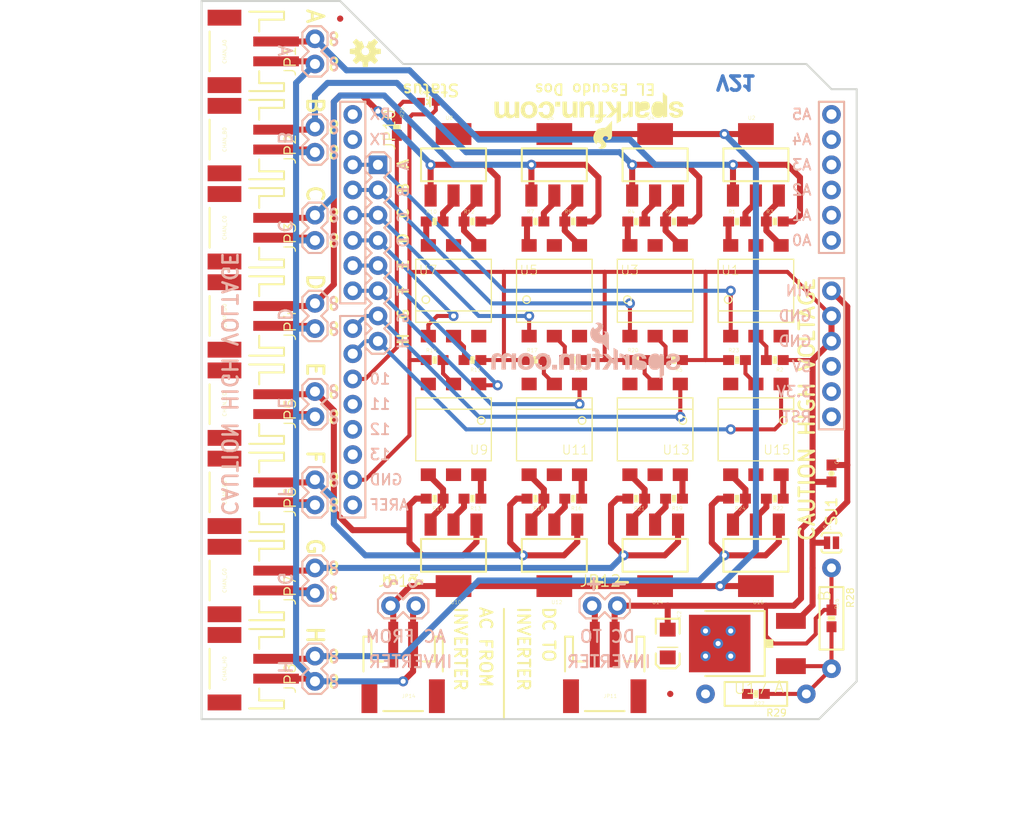
<source format=kicad_pcb>
(kicad_pcb (version 20211014) (generator pcbnew)
  (layers (0 "F.Cu" signal) (31 "B.Cu" signal) (34 "B.Paste" user) (35 "F.Paste" user) (36 "B.SilkS" user "B.Silkscreen") (37 "F.SilkS" user "F.Silkscreen") (38 "B.Mask" user) (39 "F.Mask" user) (44 "Edge.Cuts" user))
  (net 0 "")
  (net 1 "GND")
  (net 2 "N$14")
  (net 3 "EL_A")
  (net 4 "HV")
  (net 5 "EL_B")
  (net 6 "EL_C")
  (net 7 "EL_D")
  (net 8 "EL_E")
  (net 9 "EL_F")
  (net 10 "EL_G")
  (net 11 "EL_H")
  (net 12 "HVGND")
  (net 13 "RAW")
  (net 14 "N$117")
  (net 15 "N$1")
  (net 16 "N$3")
  (net 17 "N$21")
  (net 18 "N$5")
  (net 19 "N$6")
  (net 20 "N$7")
  (net 21 "N$8")
  (net 22 "N$10")
  (net 23 "N$11")
  (net 24 "N$12")
  (net 25 "N$13")
  (net 26 "N$16")
  (net 27 "N$17")
  (net 28 "N$18")
  (net 29 "N$19")
  (net 30 "N$22")
  (net 31 "N$23")
  (net 32 "N$24")
  (net 33 "N$25")
  (net 34 "N$27")
  (net 35 "N$28")
  (net 36 "N$29")
  (net 37 "N$30")
  (net 38 "N$32")
  (net 39 "N$33")
  (net 40 "N$34")
  (net 41 "N$35")
  (net 42 "N$37")
  (net 43 "N$38")
  (net 44 "N$39")
  (net 45 "N$40")
  (net 46 "INV")
  (net 47 "N$2")
  (net 48 "N$9")
  (net 49 "N$15")
  (net 50 "N$20")
  (net 51 "N$26")
  (net 52 "N$31")
  (net 53 "N$36")
  (net 54 "N$41")
  (net 55 "N$42")
  (net 56 "N$4")
  (footprint "boardEagle:1X02" (layer "F.Cu") (at 126.9111 110.7186 90)
    (fp_text reference "JP5")
    (fp_text value "")
  )
  (footprint "boardEagle:AXIAL-0.4" (layer "F.Cu") (at 178.9811 131.0386 -90)
    (fp_text reference "R28")
    (fp_text value "B")
  )
  (footprint "boardEagle:0603-RES" (layer "F.Cu") (at 152.9461 91.0336)
    (fp_text reference "R9")
    (fp_text value "330")
  )
  (footprint "boardEagle:JST-2-SMD" (layer "F.Cu") (at 119.2911 109.4486 90)
    (fp_text reference "CHAN_E0")
    (fp_text value "")
  )
  (footprint "boardEagle:1X02" (layer "F.Cu") (at 126.9111 84.0486 90)
    (fp_text reference "JP2")
    (fp_text value "")
  )
  (footprint "boardEagle:MICRO-FIDUCIAL" (layer "F.Cu") (at 129.4511 70.5866)
    (fp_text reference "JP16" hide)
    (fp_text value "FIDUCIALUFIDUCIAL" hide)
  )
  (footprint "boardEagle:JST-2-SMD" (layer "F.Cu") (at 156.1211 137.3886 180)
    (fp_text reference "JP11")
    (fp_text value "")
  )
  (footprint "boardEagle:SOT223" (layer "F.Cu") (at 140.8811 85.3186)
    (fp_text reference "U8")
    (fp_text value "Z0103MN")
  )
  (footprint "boardEagle:0603-RES" (layer "F.Cu") (at 149.1361 118.9736 180)
    (fp_text reference "R18")
    (fp_text value "330")
  )
  (footprint "boardEagle:0603-RES" (layer "F.Cu") (at 149.1361 91.0336)
    (fp_text reference "R7")
    (fp_text value "330")
  )
  (footprint "boardEagle:1X02" (layer "F.Cu") (at 126.9111 75.1586 90)
    (fp_text reference "JP1")
    (fp_text value "")
  )
  (footprint "boardEagle:JST-2-SMD" (layer "F.Cu") (at 119.2911 100.5586 90)
    (fp_text reference "CHAN_D0")
    (fp_text value "")
  )
  (footprint "boardEagle:SFE-NEW-WEBLOGO" (layer "F.Cu") (at 164.0586 78.0161 180)
    (fp_text reference "JP9" hide)
    (fp_text value "LOGO-SFENEW" hide)
  )
  (footprint "boardEagle:SOT223" (layer "F.Cu") (at 161.2011 124.6886 180)
    (fp_text reference "U14")
    (fp_text value "Z0103MN")
  )
  (footprint "boardEagle:SOT223" (layer "F.Cu") (at 140.8811 124.6886 180)
    (fp_text reference "U10")
    (fp_text value "Z0103MN")
  )
  (footprint "boardEagle:1X08" (layer "F.Cu") (at 133.2611 85.3186 -90)
    (fp_text reference "JP10")
    (fp_text value "")
  )
  (footprint "boardEagle:0603-RES" (layer "F.Cu") (at 138.9761 105.0036)
    (fp_text reference "R14")
    (fp_text value "390")
  )
  (footprint "boardEagle:SOT223" (layer "F.Cu") (at 161.2011 85.3186)
    (fp_text reference "U4")
    (fp_text value "Z0103MN")
  )
  (footprint "boardEagle:DIP8SMD" (layer "F.Cu") (at 171.3611 98.0186)
    (fp_text reference "U1")
    (fp_text value "MOC3063S")
  )
  (footprint "boardEagle:DUEMILANOVE_SHIELD_NOLABELS" (layer "F.Cu") (at 128.1811 134.8486)
    (fp_text reference "U18" hide)
    (fp_text value "ARDUINO_SHIELD" hide)
  )
  (footprint "boardEagle:0603-RES" (layer "F.Cu") (at 169.4561 118.9736 180)
    (fp_text reference "R24")
    (fp_text value "330")
  )
  (footprint "boardEagle:DIP8SMD" (layer "F.Cu") (at 151.0411 98.0186)
    (fp_text reference "U5")
    (fp_text value "MOC3063S")
  )
  (footprint "boardEagle:SOT223" (layer "F.Cu") (at 171.3611 85.3186)
    (fp_text reference "U2")
    (fp_text value "Z0103MN")
  )
  (footprint "boardEagle:0603-RES" (layer "F.Cu") (at 159.2961 105.0036)
    (fp_text reference "R20")
    (fp_text value "390")
  )
  (footprint "boardEagle:0603-RES" (layer "F.Cu") (at 169.4561 91.0336)
    (fp_text reference "R1")
    (fp_text value "330")
  )
  (footprint "boardEagle:0603-RES" (layer "F.Cu") (at 152.9461 118.9736 180)
    (fp_text reference "R16")
    (fp_text value "330")
  )
  (footprint "boardEagle:JST-2-SMD" (layer "F.Cu") (at 119.2911 73.8886 90)
    (fp_text reference "CHAN_A0")
    (fp_text value "")
  )
  (footprint "boardEagle:SOT223" (layer "F.Cu") (at 171.3611 124.6886 180)
    (fp_text reference "U16")
    (fp_text value "Z0103MN")
  )
  (footprint "boardEagle:0603-RES" (layer "F.Cu") (at 163.1061 91.0336)
    (fp_text reference "R6")
    (fp_text value "330")
  )
  (footprint "boardEagle:0603-RES" (layer "F.Cu") (at 142.7861 118.9736 180)
    (fp_text reference "R13")
    (fp_text value "330")
  )
  (footprint "boardEagle:DIP8SMD" (layer "F.Cu") (at 171.3611 111.9886 180)
    (fp_text reference "U15")
    (fp_text value "MOC3063S")
  )
  (footprint "boardEagle:DIP8SMD" (layer "F.Cu") (at 151.0411 111.9886 180)
    (fp_text reference "U11")
    (fp_text value "MOC3063S")
  )
  (footprint "boardEagle:0603-RES" (layer "F.Cu") (at 173.2661 118.9736 180)
    (fp_text reference "R22")
    (fp_text value "330")
  )
  (footprint "boardEagle:0603-RES" (layer "F.Cu") (at 171.3611 138.6586 180)
    (fp_text reference "R27")
    (fp_text value "240")
  )
  (footprint "boardEagle:JST-2-SMD" (layer "F.Cu") (at 119.2911 118.3386 90)
    (fp_text reference "CHAN_F0")
    (fp_text value "")
  )
  (footprint "boardEagle:0603-RES" (layer "F.Cu") (at 138.9761 118.9736 180)
    (fp_text reference "R15")
    (fp_text value "330")
  )
  (footprint "boardEagle:0603-RES" (layer "F.Cu") (at 152.9461 105.0036 180)
    (fp_text reference "R8")
    (fp_text value "390")
  )
  (footprint "boardEagle:V-REG_DPACK" (layer "F.Cu") (at 170.0911 133.5786 90)
    (fp_text reference "U17")
    (fp_text value "LM317")
  )
  (footprint "boardEagle:DIP8SMD" (layer "F.Cu") (at 140.8811 98.0186)
    (fp_text reference "U7")
    (fp_text value "MOC3063S")
  )
  (footprint "boardEagle:1X02" (layer "F.Cu") (at 126.9111 128.4986 90)
    (fp_text reference "JP7")
    (fp_text value "")
  )
  (footprint "boardEagle:0603-RES" (layer "F.Cu") (at 178.9811 131.0386 -90)
    (fp_text reference "R26")
    (fp_text value "390")
  )
  (footprint "boardEagle:0603-RES" (layer "F.Cu") (at 163.1061 105.0036 180)
    (fp_text reference "R5")
    (fp_text value "390")
  )
  (footprint "boardEagle:0603-CAP" (layer "F.Cu") (at 178.9811 116.4336 -90)
    (fp_text reference "C1")
    (fp_text value "0.1uF")
  )
  (footprint "boardEagle:OSHW-LOGO-S" (layer "F.Cu") (at 131.9911 73.8886 180)
    (fp_text reference "U$5" hide)
    (fp_text value "OSHW-LOGOS" hide)
  )
  (footprint "boardEagle:SJ_2S-NO" (layer "F.Cu") (at 178.9811 123.4186)
    (fp_text reference "SJ1")
    (fp_text value "")
  )
  (footprint "boardEagle:1X02" (layer "F.Cu") (at 134.5311 129.7686)
    (fp_text reference "JP13")
    (fp_text value "")
  )
  (footprint "boardEagle:CREATIVE_COMMONS" (layer "F.Cu") (at 115.4811 152.6286)
    (fp_text reference "U$4" hide)
    (fp_text value "CREATIVE_COMMONS" hide)
  )
  (footprint "boardEagle:JST-2-SMD" (layer "F.Cu") (at 119.2911 136.1186 90)
    (fp_text reference "CHAN_H0")
    (fp_text value "")
  )
  (footprint "boardEagle:1X02" (layer "F.Cu") (at 126.9111 101.8286 90)
    (fp_text reference "JP4")
    (fp_text value "")
  )
  (footprint "boardEagle:1X02" (layer "F.Cu") (at 154.8511 129.7686)
    (fp_text reference "JP12")
    (fp_text value "")
  )
  (footprint "boardEagle:DIP8SMD" (layer "F.Cu") (at 161.2011 98.0186)
    (fp_text reference "U3")
    (fp_text value "MOC3063S")
  )
  (footprint "boardEagle:0603-RES" (layer "F.Cu") (at 159.2961 118.9736 180)
    (fp_text reference "R21")
    (fp_text value "330")
  )
  (footprint "boardEagle:LED-0603" (layer "F.Cu") (at 138.3411 78.9686 -90)
    (fp_text reference "D1")
    (fp_text value "Status")
  )
  (footprint "boardEagle:1X02" (layer "F.Cu") (at 126.9111 137.3886 90)
    (fp_text reference "JP8")
    (fp_text value "")
  )
  (footprint "boardEagle:JST-2-SMD" (layer "F.Cu") (at 119.2911 91.6686 90)
    (fp_text reference "CHAN_C0")
    (fp_text value "")
  )
  (footprint "boardEagle:0603-RES" (layer "F.Cu") (at 169.4561 105.0036)
    (fp_text reference "R23")
    (fp_text value "390")
  )
  (footprint "boardEagle:JST-2-SMD" (layer "F.Cu") (at 119.2911 127.2286 90)
    (fp_text reference "CHAN_G0")
    (fp_text value "")
  )
  (footprint "boardEagle:0603-RES" (layer "F.Cu") (at 149.1361 105.0036)
    (fp_text reference "R17")
    (fp_text value "390")
  )
  (footprint "boardEagle:1X02" (layer "F.Cu") (at 126.9111 119.6086 90)
    (fp_text reference "JP6")
    (fp_text value "")
  )
  (footprint "boardEagle:0603-RES" (layer "F.Cu") (at 159.2961 91.0336)
    (fp_text reference "R4")
    (fp_text value "330")
  )
  (footprint "boardEagle:0603-RES" (layer "F.Cu") (at 138.9761 91.0336)
    (fp_text reference "R10")
    (fp_text value "330")
  )
  (footprint "boardEagle:DIP8SMD" (layer "F.Cu") (at 161.2011 111.9886 180)
    (fp_text reference "U13")
    (fp_text value "MOC3063S")
  )
  (footprint "boardEagle:0603-RES" (layer "F.Cu") (at 142.7861 105.0036 180)
    (fp_text reference "R11")
    (fp_text value "390")
  )
  (footprint "boardEagle:JST-2-SMD" (layer "F.Cu") (at 135.8011 137.3886 180)
    (fp_text reference "JP14")
    (fp_text value "")
  )
  (footprint "boardEagle:JST-2-SMD" (layer "F.Cu") (at 119.2911 82.7786 90)
    (fp_text reference "CHAN_B0")
    (fp_text value "")
  )
  (footprint "boardEagle:0603-RES" (layer "F.Cu") (at 173.2661 105.0036 180)
    (fp_text reference "R2")
    (fp_text value "390")
  )
  (footprint "boardEagle:0603-RES" (layer "F.Cu") (at 142.7861 91.0336)
    (fp_text reference "R12")
    (fp_text value "330")
  )
  (footprint "boardEagle:SOT223" (layer "F.Cu") (at 151.0411 85.3186)
    (fp_text reference "U6")
    (fp_text value "Z0103MN")
  )
  (footprint "boardEagle:AXIAL-0.4" (layer "F.Cu") (at 171.3611 138.6586 180)
    (fp_text reference "R29")
    (fp_text value "A")
  )
  (footprint "boardEagle:0603-RES" (layer "F.Cu") (at 163.1061 118.9736 180)
    (fp_text reference "R19")
    (fp_text value "330")
  )
  (footprint "boardEagle:MICRO-FIDUCIAL" (layer "F.Cu") (at 162.7251 138.6586)
    (fp_text reference "JP17" hide)
    (fp_text value "FIDUCIALUFIDUCIAL" hide)
  )
  (footprint "boardEagle:1X02" (layer "F.Cu") (at 126.9111 92.9386 90)
    (fp_text reference "JP3")
    (fp_text value "")
  )
  (footprint "boardEagle:0603-RES" (layer "F.Cu") (at 135.1661 81.5086 -90)
    (fp_text reference "R25")
    (fp_text value "330")
  )
  (footprint "boardEagle:DIP8SMD" (layer "F.Cu") (at 140.8811 111.9886 180)
    (fp_text reference "U9")
    (fp_text value "MOC3063S")
  )
  (footprint "boardEagle:SOT223" (layer "F.Cu") (at 151.0411 124.6886 180)
    (fp_text reference "U12")
    (fp_text value "Z0103MN")
  )
  (footprint "boardEagle:0603-RES" (layer "F.Cu") (at 173.2661 91.0336)
    (fp_text reference "R3")
    (fp_text value "330")
  )
  (footprint "boardEagle:EIA3216" (layer "F.Cu") (at 162.4711 133.5786 -90)
    (fp_text reference "C2")
    (fp_text value "10uF")
  )
  (footprint "boardEagle:SFE-NEW-WEBLOGO" (layer "B.Cu") (at 163.7411 106.9086 180)
    (fp_text reference "JP15" hide)
    (fp_text value "LOGO-SFENEW" hide)
  )
  (gr_arc (start 128.8161 137.3886) (mid 129.1336 137.7061) (end 128.8161 138.0236) (layer "B.SilkS") (width 0.254))
  (gr_arc (start 128.8161 81.5086) (mid 128.4986 81.1911) (end 128.8161 80.8736) (layer "B.SilkS") (width 0.254))
  (gr_line (start 158.0261 131.0386) (end 156.7561 131.0386) (layer "B.SilkS") (width 0.2032))
  (gr_arc (start 134.5311 127.5461) (mid 134.8486 127.2286) (end 135.1661 127.5461) (layer "B.SilkS") (width 0.254))
  (gr_line (start 125.6411 135.4836) (end 125.6411 134.2136) (layer "B.SilkS") (width 0.2032))
  (gr_line (start 127.5461 98.0186) (end 128.1811 98.6536) (layer "B.SilkS") (width 0.2032))
  (gr_line (start 180.2511 96.7486) (end 180.2511 111.9886) (layer "B.SilkS") (width 0.2032))
  (gr_line (start 134.5311 89.7636) (end 134.5311 91.0336) (layer "B.SilkS") (width 0.2032))
  (gr_line (start 125.6411 91.0336) (end 125.6411 89.7636) (layer "B.SilkS") (width 0.2032))
  (gr_line (start 131.9911 84.6836) (end 132.6261 84.0486) (layer "B.SilkS") (width 0.2032))
  (gr_line (start 136.4361 131.0386) (end 135.8011 130.4036) (layer "B.SilkS") (width 0.2032))
  (gr_line (start 131.9911 78.9686) (end 131.9911 99.2886) (layer "B.SilkS") (width 0.2032))
  (gr_arc (start 128.8161 108.1786) (mid 129.1336 108.4961) (end 128.8161 108.8136) (layer "B.SilkS") (width 0.254))
  (gr_line (start 135.1661 131.0386) (end 133.8961 131.0386) (layer "B.SilkS") (width 0.2032))
  (gr_line (start 126.2761 85.3186) (end 125.6411 84.6836) (layer "B.SilkS") (width 0.2032))
  (gr_line (start 128.1811 71.9836) (end 128.1811 73.2536) (layer "B.SilkS") (width 0.2032))
  (gr_line (start 133.8961 84.0486) (end 134.5311 84.6836) (layer "B.SilkS") (width 0.2032))
  (gr_line (start 127.5461 120.8786) (end 126.2761 120.8786) (layer "B.SilkS") (width 0.2032))
  (gr_line (start 125.6411 116.4336) (end 126.2761 115.7986) (layer "B.SilkS") (width 0.2032))
  (gr_line (start 125.6411 75.7936) (end 125.6411 74.5236) (layer "B.SilkS") (width 0.2032))
  (gr_arc (start 134.5311 127.5461) (mid 134.2136 127.8636) (end 133.8961 127.5461) (layer "B.SilkS") (width 0.254))
  (gr_line (start 156.7561 131.0386) (end 156.1211 130.4036) (layer "B.SilkS") (width 0.2032))
  (gr_line (start 126.2761 124.6886) (end 127.5461 124.6886) (layer "B.SilkS") (width 0.2032))
  (gr_line (start 125.6411 98.6536) (end 126.2761 98.0186) (layer "B.SilkS") (width 0.2032))
  (gr_line (start 134.5311 92.3036) (end 134.5311 93.5736) (layer "B.SilkS") (width 0.2032))
  (gr_line (start 128.1811 74.5236) (end 128.1811 75.7936) (layer "B.SilkS") (width 0.2032))
  (gr_line (start 128.1811 138.0236) (end 127.5461 138.6586) (layer "B.SilkS") (width 0.2032))
  (gr_line (start 132.6261 86.5886) (end 131.9911 85.9536) (layer "B.SilkS") (width 0.2032))
  (gr_line (start 134.5311 101.1936) (end 133.8961 101.8286) (layer "B.SilkS") (width 0.2032))
  (gr_line (start 125.6411 125.3236) (end 126.2761 124.6886) (layer "B.SilkS") (width 0.2032))
  (gr_line (start 128.1811 75.7936) (end 127.5461 76.4286) (layer "B.SilkS") (width 0.2032))
  (gr_line (start 155.4861 131.0386) (end 154.2161 131.0386) (layer "B.SilkS") (width 0.2032))
  (gr_arc (start 128.8161 75.1586) (mid 128.4986 74.8411) (end 128.8161 74.5236) (layer "B.SilkS") (width 0.254))
  (gr_line (start 128.1811 108.8136) (end 127.5461 109.4486) (layer "B.SilkS") (width 0.2032))
  (gr_line (start 177.7111 111.9886) (end 177.7111 96.7486) (layer "B.SilkS") (width 0.2032))
  (gr_line (start 127.5461 103.0986) (end 126.2761 103.0986) (layer "B.SilkS") (width 0.2032))
  (gr_arc (start 137.0711 127.5461) (mid 137.3886 127.2286) (end 137.7061 127.5461) (layer "B.SilkS") (width 0.254))
  (gr_line (start 125.6411 84.6836) (end 125.6411 83.4136) (layer "B.SilkS") (width 0.2032))
  (gr_line (start 129.4511 99.2886) (end 129.4511 78.9686) (layer "B.SilkS") (width 0.2032))
  (gr_line (start 126.2761 109.4486) (end 125.6411 108.8136) (layer "B.SilkS") (width 0.2032))
  (gr_arc (start 128.8161 72.6186) (mid 129.1336 72.9361) (end 128.8161 73.2536) (layer "B.SilkS") (width 0.254))
  (gr_line (start 127.5461 115.7986) (end 128.1811 116.4336) (layer "B.SilkS") (width 0.2032))
  (gr_arc (start 128.8161 134.8486) (mid 128.4986 134.5311) (end 128.8161 134.2136) (layer "B.SilkS") (width 0.254))
  (gr_line (start 126.2761 94.2086) (end 125.6411 93.5736) (layer "B.SilkS") (width 0.2032))
  (gr_line (start 127.5461 82.7786) (end 128.1811 83.4136) (layer "B.SilkS") (width 0.2032))
  (gr_line (start 126.2761 129.7686) (end 125.6411 129.1336) (layer "B.SilkS") (width 0.2032))
  (gr_line (start 156.1211 129.1336) (end 156.7561 128.4986) (layer "B.SilkS") (width 0.2032))
  (gr_line (start 127.5461 71.3486) (end 128.1811 71.9836) (layer "B.SilkS") (width 0.2032))
  (gr_line (start 129.4511 99.2886) (end 131.9911 99.2886) (layer "B.SilkS") (width 0.2032))
  (gr_line (start 153.5811 130.4036) (end 153.5811 129.1336) (layer "B.SilkS") (width 0.2032))
  (gr_line (start 131.9911 100.5586) (end 131.9911 99.9236) (layer "B.SilkS") (width 0.2032))
  (gr_line (start 131.9911 101.1936) (end 131.9911 102.4636) (layer "B.SilkS") (width 0.2032))
  (gr_line (start 128.1811 92.3036) (end 128.1811 93.5736) (layer "B.SilkS") (width 0.2032))
  (gr_line (start 127.5461 85.3186) (end 126.2761 85.3186) (layer "B.SilkS") (width 0.2032))
  (gr_line (start 134.5311 96.1136) (end 133.8961 96.7486) (layer "B.SilkS") (width 0.2032))
  (gr_line (start 132.6261 89.1286) (end 131.9911 88.4936) (layer "B.SilkS") (width 0.2032))
  (gr_line (start 125.6411 80.8736) (end 126.2761 80.2386) (layer "B.SilkS") (width 0.2032))
  (gr_line (start 128.1811 127.8636) (end 128.1811 129.1336) (layer "B.SilkS") (width 0.2032))
  (gr_line (start 125.6411 129.1336) (end 125.6411 127.8636) (layer "B.SilkS") (width 0.2032))
  (gr_arc (start 137.0711 127.5461) (mid 136.7536 127.8636) (end 136.4361 127.5461) (layer "B.SilkS") (width 0.254))
  (gr_line (start 158.0261 128.4986) (end 158.6611 129.1336) (layer "B.SilkS") (width 0.2032))
  (gr_line (start 127.5461 127.2286) (end 128.1811 127.8636) (layer "B.SilkS") (width 0.2032))
  (gr_line (start 131.9911 92.3036) (end 132.6261 91.6686) (layer "B.SilkS") (width 0.2032))
  (gr_line (start 134.5311 84.6836) (end 134.5311 85.9536) (layer "B.SilkS") (width 0.2032))
  (gr_line (start 177.7111 96.7486) (end 180.2511 96.7486) (layer "B.SilkS") (width 0.2032))
  (gr_line (start 127.5461 133.5786) (end 128.1811 134.2136) (layer "B.SilkS") (width 0.2032))
  (gr_line (start 132.6261 104.3686) (end 131.9911 103.7336) (layer "B.SilkS") (width 0.2032))
  (gr_line (start 132.6261 91.6686) (end 131.9911 91.0336) (layer "B.SilkS") (width 0.2032))
  (gr_line (start 127.5461 73.8886) (end 128.1811 74.5236) (layer "B.SilkS") (width 0.2032))
  (gr_line (start 180.2511 78.9686) (end 180.2511 94.2086) (layer "B.SilkS") (width 0.2032))
  (gr_line (start 133.8961 99.2886) (end 134.5311 99.9236) (layer "B.SilkS") (width 0.2032))
  (gr_arc (start 128.8161 84.0486) (mid 129.1336 84.3661) (end 128.8161 84.6836) (layer "B.SilkS") (width 0.254))
  (gr_line (start 133.8961 131.0386) (end 133.2611 130.4036) (layer "B.SilkS") (width 0.2032))
  (gr_line (start 132.6261 94.2086) (end 131.9911 93.5736) (layer "B.SilkS") (width 0.2032))
  (gr_line (start 129.4511 78.9686) (end 131.9911 78.9686) (layer "B.SilkS") (width 0.2032))
  (gr_line (start 131.9911 96.1136) (end 131.9911 94.8436) (layer "B.SilkS") (width 0.2032))
  (gr_arc (start 128.8161 72.6186) (mid 128.4986 72.3011) (end 128.8161 71.9836) (layer "B.SilkS") (width 0.254))
  (gr_line (start 131.9911 91.0336) (end 131.9911 89.7636) (layer "B.SilkS") (width 0.2032))
  (gr_line (start 131.9911 98.6536) (end 131.9911 97.3836) (layer "B.SilkS") (width 0.2032))
  (gr_line (start 126.2761 82.7786) (end 125.6411 82.1436) (layer "B.SilkS") (width 0.2032))
  (gr_line (start 128.1811 125.3236) (end 128.1811 126.5936) (layer "B.SilkS") (width 0.2032))
  (gr_line (start 133.2611 129.1336) (end 133.8961 128.4986) (layer "B.SilkS") (width 0.2032))
  (gr_line (start 128.1811 118.9736) (end 128.1811 120.2436) (layer "B.SilkS") (width 0.2032))
  (gr_line (start 126.2761 103.0986) (end 125.6411 102.4636) (layer "B.SilkS") (width 0.2032))
  (gr_line (start 129.4511 120.8786) (end 129.4511 100.5586) (layer "B.SilkS") (width 0.2032))
  (gr_line (start 125.6411 110.0836) (end 126.2761 109.4486) (layer "B.SilkS") (width 0.2032))
  (gr_arc (start 128.8161 125.9586) (mid 128.4986 125.6411) (end 128.8161 125.3236) (layer "B.SilkS") (width 0.254))
  (gr_arc (start 128.8161 128.4986) (mid 128.4986 128.1811) (end 128.8161 127.8636) (layer "B.SilkS") (width 0.254))
  (gr_line (start 128.1811 134.2136) (end 128.1811 135.4836) (layer "B.SilkS") (width 0.2032))
  (gr_line (start 125.6411 108.8136) (end 125.6411 107.5436) (layer "B.SilkS") (width 0.2032))
  (gr_line (start 137.7061 131.0386) (end 136.4361 131.0386) (layer "B.SilkS") (width 0.2032))
  (gr_line (start 128.1811 116.4336) (end 128.1811 117.7036) (layer "B.SilkS") (width 0.2032))
  (gr_arc (start 128.8161 125.9586) (mid 129.1336 126.2761) (end 128.8161 126.5936) (layer "B.SilkS") (width 0.254))
  (gr_arc (start 128.8161 92.9386) (mid 129.1336 93.2561) (end 128.8161 93.5736) (layer "B.SilkS") (width 0.254))
  (gr_line (start 134.5311 88.4936) (end 133.8961 89.1286) (layer "B.SilkS") (width 0.2032))
  (gr_line (start 134.5311 102.4636) (end 134.5311 103.7336) (layer "B.SilkS") (width 0.2032))
  (gr_line (start 134.5311 94.8436) (end 134.5311 96.1136) (layer "B.SilkS") (width 0.2032))
  (gr_arc (start 128.8161 128.4986) (mid 129.1336 128.8161) (end 128.8161 129.1336) (layer "B.SilkS") (width 0.254))
  (gr_line (start 131.9911 120.8786) (end 129.4511 120.8786) (layer "B.SilkS") (width 0.2032))
  (gr_line (start 132.6261 84.0486) (end 133.8961 84.0486) (layer "B.SilkS") (width 0.2032))
  (gr_line (start 125.6411 93.5736) (end 125.6411 92.3036) (layer "B.SilkS") (width 0.2032))
  (gr_line (start 125.6411 74.5236) (end 126.2761 73.8886) (layer "B.SilkS") (width 0.2032))
  (gr_line (start 128.1811 107.5436) (end 128.1811 108.8136) (layer "B.SilkS") (width 0.2032))
  (gr_line (start 127.5461 91.6686) (end 128.1811 92.3036) (layer "B.SilkS") (width 0.2032))
  (gr_line (start 180.2511 111.9886) (end 177.7111 111.9886) (layer "B.SilkS") (width 0.2032))
  (gr_line (start 128.1811 73.2536) (end 127.5461 73.8886) (layer "B.SilkS") (width 0.2032))
  (gr_line (start 153.5811 129.1336) (end 154.2161 128.4986) (layer "B.SilkS") (width 0.2032))
  (gr_arc (start 128.8161 92.9386) (mid 128.4986 92.6211) (end 128.8161 92.3036) (layer "B.SilkS") (width 0.254))
  (gr_arc (start 128.8161 134.8486) (mid 129.1336 135.1661) (end 128.8161 135.4836) (layer "B.SilkS") (width 0.254))
  (gr_line (start 131.9911 94.8436) (end 132.6261 94.2086) (layer "B.SilkS") (width 0.2032))
  (gr_arc (start 128.8161 99.2886) (mid 128.4986 98.9711) (end 128.8161 98.6536) (layer "B.SilkS") (width 0.254))
  (gr_arc (start 128.8161 119.6086) (mid 128.4986 119.2911) (end 128.8161 118.9736) (layer "B.SilkS") (width 0.254))
  (gr_line (start 128.1811 93.5736) (end 127.5461 94.2086) (layer "B.SilkS") (width 0.2032))
  (gr_line (start 126.2761 76.4286) (end 125.6411 75.7936) (layer "B.SilkS") (width 0.2032))
  (gr_line (start 128.1811 135.4836) (end 127.5461 136.1186) (layer "B.SilkS") (width 0.2032))
  (gr_line (start 125.6411 136.7536) (end 126.2761 136.1186) (layer "B.SilkS") (width 0.2032))
  (gr_line (start 125.6411 83.4136) (end 126.2761 82.7786) (layer "B.SilkS") (width 0.2032))
  (gr_line (start 128.1811 110.0836) (end 128.1811 111.3536) (layer "B.SilkS") (width 0.2032))
  (gr_line (start 128.1811 129.1336) (end 127.5461 129.7686) (layer "B.SilkS") (width 0.2032))
  (gr_line (start 127.5461 138.6586) (end 126.2761 138.6586) (layer "B.SilkS") (width 0.2032))
  (gr_line (start 134.5311 99.9236) (end 134.5311 101.1936) (layer "B.SilkS") (width 0.2032))
  (gr_arc (start 128.8161 119.6086) (mid 129.1336 119.9261) (end 128.8161 120.2436) (layer "B.SilkS") (width 0.254))
  (gr_line (start 137.7061 128.4986) (end 138.3411 129.1336) (layer "B.SilkS") (width 0.2032))
  (gr_arc (start 128.8161 75.1586) (mid 129.1336 75.4761) (end 128.8161 75.7936) (layer "B.SilkS") (width 0.254))
  (gr_line (start 131.9911 103.7336) (end 131.9911 102.4636) (layer "B.SilkS") (width 0.2032))
  (gr_line (start 131.9911 88.4936) (end 131.9911 87.2236) (layer "B.SilkS") (width 0.2032))
  (gr_line (start 134.5311 97.3836) (end 134.5311 98.6536) (layer "B.SilkS") (width 0.2032))
  (gr_line (start 126.2761 71.3486) (end 127.5461 71.3486) (layer "B.SilkS") (width 0.2032))
  (gr_arc (start 128.8161 81.5086) (mid 129.1336 81.8261) (end 128.8161 82.1436) (layer "B.SilkS") (width 0.254))
  (gr_line (start 125.6411 126.5936) (end 125.6411 125.3236) (layer "B.SilkS") (width 0.2032))
  (gr_line (start 126.2761 80.2386) (end 127.5461 80.2386) (layer "B.SilkS") (width 0.2032))
  (gr_line (start 129.4511 100.5586) (end 131.9911 100.5586) (layer "B.SilkS") (width 0.2032))
  (gr_line (start 126.2761 73.8886) (end 125.6411 73.2536) (layer "B.SilkS") (width 0.2032))
  (gr_line (start 127.5461 109.4486) (end 128.1811 110.0836) (layer "B.SilkS") (width 0.2032))
  (gr_line (start 125.6411 111.3536) (end 125.6411 110.0836) (layer "B.SilkS") (width 0.2032))
  (gr_line (start 127.5461 136.1186) (end 128.1811 136.7536) (layer "B.SilkS") (width 0.2032))
  (gr_line (start 126.2761 120.8786) (end 125.6411 120.2436) (layer "B.SilkS") (width 0.2032))
  (gr_line (start 156.7561 128.4986) (end 158.0261 128.4986) (layer "B.SilkS") (width 0.2032))
  (gr_line (start 134.5311 103.7336) (end 133.8961 104.3686) (layer "B.SilkS") (width 0.2032))
  (gr_line (start 156.1211 130.4036) (end 155.4861 131.0386) (layer "B.SilkS") (width 0.2032))
  (gr_line (start 125.6411 138.0236) (end 125.6411 136.7536) (layer "B.SilkS") (width 0.2032))
  (gr_line (start 125.6411 107.5436) (end 126.2761 106.9086) (layer "B.SilkS") (width 0.2032))
  (gr_line (start 126.2761 91.6686) (end 125.6411 91.0336) (layer "B.SilkS") (width 0.2032))
  (gr_line (start 128.1811 101.1936) (end 128.1811 102.4636) (layer "B.SilkS") (width 0.2032))
  (gr_arc (start 128.8161 90.3986) (mid 129.1336 90.7161) (end 128.8161 91.0336) (layer "B.SilkS") (width 0.254))
  (gr_line (start 134.5311 87.2236) (end 134.5311 88.4936) (layer "B.SilkS") (width 0.2032))
  (gr_line (start 128.1811 111.3536) (end 127.5461 111.9886) (layer "B.SilkS") (width 0.2032))
  (gr_line (start 132.6261 96.7486) (end 131.9911 96.1136) (layer "B.SilkS") (width 0.2032))
  (gr_line (start 127.5461 106.9086) (end 128.1811 107.5436) (layer "B.SilkS") (width 0.2032))
  (gr_line (start 125.6411 82.1436) (end 125.6411 80.8736) (layer "B.SilkS") (width 0.2032))
  (gr_line (start 127.5461 111.9886) (end 126.2761 111.9886) (layer "B.SilkS") (width 0.2032))
  (gr_line (start 131.9911 101.1936) (end 131.9911 100.5586) (layer "B.SilkS") (width 0.2032))
  (gr_line (start 127.5461 118.3386) (end 128.1811 118.9736) (layer "B.SilkS") (width 0.2032))
  (gr_line (start 138.3411 130.4036) (end 137.7061 131.0386) (layer "B.SilkS") (width 0.2032))
  (gr_arc (start 128.8161 137.3886) (mid 128.4986 137.0711) (end 128.8161 136.7536) (layer "B.SilkS") (width 0.254))
  (gr_line (start 128.1811 98.6536) (end 128.1811 99.9236) (layer "B.SilkS") (width 0.2032))
  (gr_line (start 131.9911 87.2236) (end 132.6261 86.5886) (layer "B.SilkS") (width 0.2032))
  (gr_line (start 127.5461 129.7686) (end 126.2761 129.7686) (layer "B.SilkS") (width 0.2032))
  (gr_line (start 125.6411 117.7036) (end 125.6411 116.4336) (layer "B.SilkS") (width 0.2032))
  (gr_line (start 154.2161 131.0386) (end 153.5811 130.4036) (layer "B.SilkS") (width 0.2032))
  (gr_arc (start 128.8161 108.1786) (mid 128.4986 107.8611) (end 128.8161 107.5436) (layer "B.SilkS") (width 0.254))
  (gr_line (start 135.8011 130.4036) (end 135.1661 131.0386) (layer "B.SilkS") (width 0.2032))
  (gr_line (start 180.2511 94.2086) (end 177.7111 94.2086) (layer "B.SilkS") (width 0.2032))
  (gr_line (start 128.1811 80.8736) (end 128.1811 82.1436) (layer "B.SilkS") (width 0.2032))
  (gr_line (start 125.6411 118.9736) (end 126.2761 118.3386) (layer "B.SilkS") (width 0.2032))
  (gr_line (start 128.1811 117.7036) (end 127.5461 118.3386) (layer "B.SilkS") (width 0.2032))
  (gr_line (start 128.1811 136.7536) (end 128.1811 138.0236) (layer "B.SilkS") (width 0.2032))
  (gr_line (start 126.2761 111.9886) (end 125.6411 111.3536) (layer "B.SilkS") (width 0.2032))
  (gr_line (start 131.9911 97.3836) (end 132.6261 96.7486) (layer "B.SilkS") (width 0.2032))
  (gr_line (start 154.2161 128.4986) (end 155.4861 128.4986) (layer "B.SilkS") (width 0.2032))
  (gr_line (start 131.9911 85.9536) (end 131.9911 84.6836) (layer "B.SilkS") (width 0.2032))
  (gr_line (start 131.9911 102.4636) (end 132.6261 101.8286) (layer "B.SilkS") (width 0.2032))
  (gr_arc (start 128.8161 99.2886) (mid 129.1336 99.6061) (end 128.8161 99.9236) (layer "B.SilkS") (width 0.254))
  (gr_line (start 128.1811 91.0336) (end 127.5461 91.6686) (layer "B.SilkS") (width 0.2032))
  (gr_arc (start 128.8161 110.7186) (mid 128.4986 110.4011) (end 128.8161 110.0836) (layer "B.SilkS") (width 0.254))
  (gr_line (start 125.6411 101.1936) (end 126.2761 100.5586) (layer "B.SilkS") (width 0.2032))
  (gr_line (start 133.2611 130.4036) (end 133.2611 129.1336) (layer "B.SilkS") (width 0.2032))
  (gr_line (start 126.2761 136.1186) (end 125.6411 135.4836) (layer "B.SilkS") (width 0.2032))
  (gr_line (start 126.2761 98.0186) (end 127.5461 98.0186) (layer "B.SilkS") (width 0.2032))
  (gr_line (start 136.4361 128.4986) (end 137.7061 128.4986) (layer "B.SilkS") (width 0.2032))
  (gr_line (start 127.5461 89.1286) (end 128.1811 89.7636) (layer "B.SilkS") (width 0.2032))
  (gr_line (start 125.6411 71.9836) (end 126.2761 71.3486) (layer "B.SilkS") (width 0.2032))
  (gr_line (start 133.8961 104.3686) (end 132.6261 104.3686) (layer "B.SilkS") (width 0.2032))
  (gr_line (start 132.6261 99.2886) (end 131.9911 98.6536) (layer "B.SilkS") (width 0.2032))
  (gr_line (start 128.1811 89.7636) (end 128.1811 91.0336) (layer "B.SilkS") (width 0.2032))
  (gr_line (start 125.6411 99.9236) (end 125.6411 98.6536) (layer "B.SilkS") (width 0.2032))
  (gr_line (start 131.9911 93.5736) (end 131.9911 92.3036) (layer "B.SilkS") (width 0.2032))
  (gr_line (start 128.1811 99.9236) (end 127.5461 100.5586) (layer "B.SilkS") (width 0.2032))
  (gr_line (start 177.7111 78.9686) (end 180.2511 78.9686) (layer "B.SilkS") (width 0.2032))
  (gr_line (start 135.8011 129.1336) (end 136.4361 128.4986) (layer "B.SilkS") (width 0.2032))
  (gr_line (start 177.7111 94.2086) (end 177.7111 78.9686) (layer "B.SilkS") (width 0.2032))
  (gr_line (start 133.8961 86.5886) (end 134.5311 87.2236) (layer "B.SilkS") (width 0.2032))
  (gr_line (start 125.6411 120.2436) (end 125.6411 118.9736) (layer "B.SilkS") (width 0.2032))
  (gr_line (start 132.6261 101.8286) (end 131.9911 101.1936) (layer "B.SilkS") (width 0.2032))
  (gr_line (start 128.1811 84.6836) (end 127.5461 85.3186) (layer "B.SilkS") (width 0.2032))
  (gr_line (start 131.9911 103.7336) (end 131.9911 120.8786) (layer "B.SilkS") (width 0.2032))
  (gr_arc (start 128.8161 84.0486) (mid 128.4986 83.7311) (end 128.8161 83.4136) (layer "B.SilkS") (width 0.254))
  (gr_line (start 128.1811 82.1436) (end 127.5461 82.7786) (layer "B.SilkS") (width 0.2032))
  (gr_line (start 126.2761 115.7986) (end 127.5461 115.7986) (layer "B.SilkS") (width 0.2032))
  (gr_line (start 127.5461 80.2386) (end 128.1811 80.8736) (layer "B.SilkS") (width 0.2032))
  (gr_line (start 133.8961 101.8286) (end 134.5311 102.4636) (layer "B.SilkS") (width 0.2032))
  (gr_line (start 126.2761 100.5586) (end 125.6411 99.9236) (layer "B.SilkS") (width 0.2032))
  (gr_line (start 131.9911 99.9236) (end 132.6261 99.2886) (layer "B.SilkS") (width 0.2032))
  (gr_line (start 127.5461 94.2086) (end 126.2761 94.2086) (layer "B.SilkS") (width 0.2032))
  (gr_arc (start 128.8161 101.8286) (mid 129.1336 102.1461) (end 128.8161 102.4636) (layer "B.SilkS") (width 0.254))
  (gr_line (start 128.1811 83.4136) (end 128.1811 84.6836) (layer "B.SilkS") (width 0.2032))
  (gr_arc (start 128.8161 110.7186) (mid 129.1336 111.0361) (end 128.8161 111.3536) (layer "B.SilkS") (width 0.254))
  (gr_line (start 131.9911 89.7636) (end 132.6261 89.1286) (layer "B.SilkS") (width 0.2032))
  (gr_line (start 155.4861 128.4986) (end 156.1211 129.1336) (layer "B.SilkS") (width 0.2032))
  (gr_line (start 138.3411 129.1336) (end 138.3411 130.4036) (layer "B.SilkS") (width 0.2032))
  (gr_line (start 158.6611 130.4036) (end 158.0261 131.0386) (layer "B.SilkS") (width 0.2032))
  (gr_line (start 134.5311 93.5736) (end 133.8961 94.2086) (layer "B.SilkS") (width 0.2032))
  (gr_line (start 125.6411 73.2536) (end 125.6411 71.9836) (layer "B.SilkS") (width 0.2032))
  (gr_line (start 126.2761 106.9086) (end 127.5461 106.9086) (layer "B.SilkS") (width 0.2032))
  (gr_line (start 126.2761 133.5786) (end 127.5461 133.5786) (layer "B.SilkS") (width 0.2032))
  (gr_line (start 126.2761 118.3386) (end 125.6411 117.7036) (layer "B.SilkS") (width 0.2032))
  (gr_line (start 133.8961 128.4986) (end 135.1661 128.4986) (layer "B.SilkS") (width 0.2032))
  (gr_line (start 126.2761 138.6586) (end 125.6411 138.0236) (layer "B.SilkS") (width 0.2032))
  (gr_line (start 133.8961 94.2086) (end 134.5311 94.8436) (layer "B.SilkS") (width 0.2032))
  (gr_line (start 158.6611 129.1336) (end 158.6611 130.4036) (layer "B.SilkS") (width 0.2032))
  (gr_line (start 128.1811 120.2436) (end 127.5461 120.8786) (layer "B.SilkS") (width 0.2032))
  (gr_line (start 133.8961 89.1286) (end 134.5311 89.7636) (layer "B.SilkS") (width 0.2032))
  (gr_line (start 127.5461 100.5586) (end 128.1811 101.1936) (layer "B.SilkS") (width 0.2032))
  (gr_line (start 133.8961 91.6686) (end 134.5311 92.3036) (layer "B.SilkS") (width 0.2032))
  (gr_line (start 127.5461 124.6886) (end 128.1811 125.3236) (layer "B.SilkS") (width 0.2032))
  (gr_arc (start 128.8161 90.3986) (mid 128.4986 90.0811) (end 128.8161 89.7636) (layer "B.SilkS") (width 0.254))
  (gr_line (start 125.6411 102.4636) (end 125.6411 101.1936) (layer "B.SilkS") (width 0.2032))
  (gr_line (start 128.1811 126.5936) (end 127.5461 127.2286) (layer "B.SilkS") (width 0.2032))
  (gr_line (start 125.6411 134.2136) (end 126.2761 133.5786) (layer "B.SilkS") (width 0.2032))
  (gr_line (start 125.6411 127.8636) (end 126.2761 127.2286) (layer "B.SilkS") (width 0.2032))
  (gr_line (start 125.6411 92.3036) (end 126.2761 91.6686) (layer "B.SilkS") (width 0.2032))
  (gr_line (start 134.5311 85.9536) (end 133.8961 86.5886) (layer "B.SilkS") (width 0.2032))
  (gr_line (start 127.5461 76.4286) (end 126.2761 76.4286) (layer "B.SilkS") (width 0.2032))
  (gr_line (start 128.1811 102.4636) (end 127.5461 103.0986) (layer "B.SilkS") (width 0.2032))
  (gr_line (start 126.2761 127.2286) (end 125.6411 126.5936) (layer "B.SilkS") (width 0.2032))
  (gr_line (start 133.8961 96.7486) (end 134.5311 97.3836) (layer "B.SilkS") (width 0.2032))
  (gr_arc (start 128.8161 117.0686) (mid 129.1336 117.3861) (end 128.8161 117.7036) (layer "B.SilkS") (width 0.254))
  (gr_line (start 126.2761 89.1286) (end 127.5461 89.1286) (layer "B.SilkS") (width 0.2032))
  (gr_line (start 134.5311 98.6536) (end 133.8961 99.2886) (layer "B.SilkS") (width 0.2032))
  (gr_arc (start 128.8161 101.8286) (mid 128.4986 101.5111) (end 128.8161 101.1936) (layer "B.SilkS") (width 0.254))
  (gr_line (start 134.5311 91.0336) (end 133.8961 91.6686) (layer "B.SilkS") (width 0.2032))
  (gr_line (start 135.1661 128.4986) (end 135.8011 129.1336) (layer "B.SilkS") (width 0.2032))
  (gr_arc (start 128.8161 117.0686) (mid 128.4986 116.7511) (end 128.8161 116.4336) (layer "B.SilkS") (width 0.254))
  (gr_line (start 125.6411 89.7636) (end 126.2761 89.1286) (layer "B.SilkS") (width 0.2032))
  (gr_arc (start 128.8161 117.7036) (mid 128.4986 117.3861) (end 128.8161 117.0686) (layer "F.SilkS") (width 0.254))
  (gr_arc (start 128.8161 99.9236) (mid 128.4986 99.6061) (end 128.8161 99.2886) (layer "F.SilkS") (width 0.254))
  (gr_arc (start 128.8161 111.3536) (mid 128.4986 111.0361) (end 128.8161 110.7186) (layer "F.SilkS") (width 0.254))
  (gr_arc (start 128.8161 98.6536) (mid 129.1336 98.9711) (end 128.8161 99.2886) (layer "F.SilkS") (width 0.254))
  (gr_arc (start 135.1661 127.2286) (mid 134.8486 127.5461) (end 134.5311 127.2286) (layer "F.SilkS") (width 0.254))
  (gr_arc (start 128.8161 129.1336) (mid 128.4986 128.8161) (end 128.8161 128.4986) (layer "F.SilkS") (width 0.254))
  (gr_arc (start 128.8161 74.5236) (mid 129.1336 74.8411) (end 128.8161 75.1586) (layer "F.SilkS") (width 0.254))
  (gr_arc (start 128.8161 92.3036) (mid 129.1336 92.6211) (end 128.8161 92.9386) (layer "F.SilkS") (width 0.254))
  (gr_arc (start 128.8161 108.8136) (mid 128.4986 108.4961) (end 128.8161 108.1786) (layer "F.SilkS") (width 0.254))
  (gr_arc (start 128.8161 102.4636) (mid 128.4986 102.1461) (end 128.8161 101.8286) (layer "F.SilkS") (width 0.254))
  (gr_arc (start 128.8161 110.0836) (mid 129.1336 110.4011) (end 128.8161 110.7186) (layer "F.SilkS") (width 0.254))
  (gr_arc (start 137.7061 127.2286) (mid 137.3886 127.5461) (end 137.0711 127.2286) (layer "F.SilkS") (width 0.254))
  (gr_arc (start 128.8161 120.2436) (mid 128.4986 119.9261) (end 128.8161 119.6086) (layer "F.SilkS") (width 0.254))
  (gr_arc (start 128.8161 83.4136) (mid 129.1336 83.7311) (end 128.8161 84.0486) (layer "F.SilkS") (width 0.254))
  (gr_arc (start 128.8161 82.1436) (mid 128.4986 81.8261) (end 128.8161 81.5086) (layer "F.SilkS") (width 0.254))
  (gr_arc (start 128.8161 73.2536) (mid 128.4986 72.9361) (end 128.8161 72.6186) (layer "F.SilkS") (width 0.254))
  (gr_line (start 177.7111 96.7486) (end 180.2511 96.7486) (layer "F.SilkS") (width 0.2032))
  (gr_line (start 129.4511 99.2886) (end 129.4511 78.9686) (layer "F.SilkS") (width 0.2032))
  (gr_line (start 131.9911 120.8786) (end 129.4511 120.8786) (layer "F.SilkS") (width 0.2032))
  (gr_line (start 177.7111 111.9886) (end 177.7111 96.7486) (layer "F.SilkS") (width 0.2032))
  (gr_arc (start 128.8161 134.2136) (mid 129.1336 134.5311) (end 128.8161 134.8486) (layer "F.SilkS") (width 0.254))
  (gr_arc (start 128.8161 126.5936) (mid 128.4986 126.2761) (end 128.8161 125.9586) (layer "F.SilkS") (width 0.254))
  (gr_arc (start 128.8161 125.3236) (mid 129.1336 125.6411) (end 128.8161 125.9586) (layer "F.SilkS") (width 0.254))
  (gr_arc (start 128.8161 136.7536) (mid 129.1336 137.0711) (end 128.8161 137.3886) (layer "F.SilkS") (width 0.254))
  (gr_line (start 177.7111 78.9686) (end 180.2511 78.9686) (layer "F.SilkS") (width 0.2032))
  (gr_arc (start 128.8161 91.0336) (mid 128.4986 90.7161) (end 128.8161 90.3986) (layer "F.SilkS") (width 0.254))
  (gr_line (start 180.2511 96.7486) (end 180.2511 111.9886) (layer "F.SilkS") (width 0.2032))
  (gr_arc (start 128.8161 71.9836) (mid 129.1336 72.3011) (end 128.8161 72.6186) (layer "F.SilkS") (width 0.254))
  (gr_arc (start 136.4361 127.2286) (mid 136.7536 126.9111) (end 137.0711 127.2286) (layer "F.SilkS") (width 0.254))
  (gr_arc (start 128.8161 80.8736) (mid 129.1336 81.1911) (end 128.8161 81.5086) (layer "F.SilkS") (width 0.254))
  (gr_arc (start 128.8161 75.7936) (mid 128.4986 75.4761) (end 128.8161 75.1586) (layer "F.SilkS") (width 0.254))
  (gr_arc (start 128.8161 93.5736) (mid 128.4986 93.2561) (end 128.8161 92.9386) (layer "F.SilkS") (width 0.254))
  (gr_arc (start 128.8161 138.0236) (mid 128.4986 137.7061) (end 128.8161 137.3886) (layer "F.SilkS") (width 0.254))
  (gr_arc (start 133.8961 127.2286) (mid 134.2136 126.9111) (end 134.5311 127.2286) (layer "F.SilkS") (width 0.254))
  (gr_arc (start 128.8161 101.1936) (mid 129.1336 101.5111) (end 128.8161 101.8286) (layer "F.SilkS") (width 0.254))
  (gr_line (start 129.4511 78.9686) (end 131.9911 78.9686) (layer "F.SilkS") (width 0.2032))
  (gr_arc (start 128.8161 107.5436) (mid 129.1336 107.8611) (end 128.8161 108.1786) (layer "F.SilkS") (width 0.254))
  (gr_arc (start 128.8161 116.4336) (mid 129.1336 116.7511) (end 128.8161 117.0686) (layer "F.SilkS") (width 0.254))
  (gr_arc (start 128.8161 84.6836) (mid 128.4986 84.3661) (end 128.8161 84.0486) (layer "F.SilkS") (width 0.254))
  (gr_arc (start 128.8161 127.8636) (mid 129.1336 128.1811) (end 128.8161 128.4986) (layer "F.SilkS") (width 0.254))
  (gr_line (start 131.9911 78.9686) (end 131.9911 99.2886) (layer "F.SilkS") (width 0.2032))
  (gr_line (start 145.9611 141.1986) (end 145.9611 130.0861) (layer "F.SilkS") (width 0.2032))
  (gr_line (start 131.9911 99.2886) (end 129.4511 99.2886) (layer "F.SilkS") (width 0.2032))
  (gr_line (start 177.7111 94.2086) (end 177.7111 78.9686) (layer "F.SilkS") (width 0.2032))
  (gr_line (start 129.4511 120.8786) (end 129.4511 100.5586) (layer "F.SilkS") (width 0.2032))
  (gr_line (start 129.4511 100.5586) (end 131.9911 100.5586) (layer "F.SilkS") (width 0.2032))
  (gr_arc (start 128.8161 135.4836) (mid 128.4986 135.1661) (end 128.8161 134.8486) (layer "F.SilkS") (width 0.254))
  (gr_line (start 180.2511 78.9686) (end 180.2511 94.2086) (layer "F.SilkS") (width 0.2032))
  (gr_line (start 180.2511 111.9886) (end 177.7111 111.9886) (layer "F.SilkS") (width 0.2032))
  (gr_line (start 180.2511 94.2086) (end 177.7111 94.2086) (layer "F.SilkS") (width 0.2032))
  (gr_arc (start 128.8161 89.7636) (mid 129.1336 90.0811) (end 128.8161 90.3986) (layer "F.SilkS") (width 0.254))
  (gr_arc (start 128.8161 118.9736) (mid 129.1336 119.2911) (end 128.8161 119.6086) (layer "F.SilkS") (width 0.254))
  (gr_line (start 131.9911 100.5586) (end 131.9911 120.8786) (layer "F.SilkS") (width 0.2032))
  (gr_line (start 135.8011 75.1586) (end 176.4411 75.1586) (layer "Edge.Cuts") (width 0.2032))
  (gr_line (start 181.5211 137.3886) (end 181.5211 77.6986) (layer "Edge.Cuts") (width 0.2032))
  (gr_line (start 178.9811 77.6986) (end 176.4411 75.1586) (layer "Edge.Cuts") (width 0.2032))
  (gr_line (start 115.4811 141.1986) (end 177.7111 141.1986) (layer "Edge.Cuts") (width 0.2032))
  (gr_line (start 135.8011 75.1586) (end 129.4511 68.8086) (layer "Edge.Cuts") (width 0.2032))
  (gr_line (start 129.4511 68.8086) (end 115.4811 68.8086) (layer "Edge.Cuts") (width 0.2032))
  (gr_line (start 115.4811 68.8086) (end 115.4811 141.1986) (layer "Edge.Cuts") (width 0.2032))
  (gr_line (start 181.5211 77.6986) (end 178.9811 77.6986) (layer "Edge.Cuts") (width 0.2032))
  (gr_line (start 177.7111 141.1986) (end 181.5211 137.3886) (layer "Edge.Cuts") (width 0.2032))
  (gr_text "V21" (at 167.1701 76.1746 -180) (layer "B.Cu") (effects (font (size 1.4224 1.4224) (thickness 0.3556)) (justify left bottom mirror)))
  (gr_text "GND" (at 177.0761 103.7336) (layer "B.SilkS") (effects (font (size 1.0795 1.0795) (thickness 0.1905)) (justify left bottom mirror)))
  (gr_text "A4" (at 177.0761 83.4136) (layer "B.SilkS") (effects (font (size 1.0795 1.0795) (thickness 0.1905)) (justify left bottom mirror)))
  (gr_text "D" (at 136.4361 92.4624 -270) (layer "B.SilkS") (effects (font (size 1.0795 1.0795) (thickness 0.1905)) (justify left bottom mirror)))
  (gr_text "TX" (at 132.3086 82.1436) (layer "B.SilkS") (effects (font (size 1.0795 1.0795) (thickness 0.1905)) (justify right top mirror)))
  (gr_text "DC TO" (at 159.2961 133.5786) (layer "B.SilkS") (effects (font (size 1.20904 1.20904) (thickness 0.21336)) (justify left bottom mirror)))
  (gr_text "E" (at 123.1011 110.0836 -90) (layer "B.SilkS") (effects (font (size 1.2954 1.2954) (thickness 0.2286)) (justify left bottom mirror)))
  (gr_text "12" (at 132.3086 111.3536) (layer "B.SilkS") (effects (font (size 1.0795 1.0795) (thickness 0.1905)) (justify right top mirror)))
  (gr_text "E" (at 136.4361 95.0024 -270) (layer "B.SilkS") (effects (font (size 1.0795 1.0795) (thickness 0.1905)) (justify left bottom mirror)))
  (gr_text "D" (at 123.1011 101.1936 -90) (layer "B.SilkS") (effects (font (size 1.2954 1.2954) (thickness 0.2286)) (justify left bottom mirror)))
  (gr_text "F" (at 123.1011 118.9736 -90) (layer "B.SilkS") (effects (font (size 1.2954 1.2954) (thickness 0.2286)) (justify left bottom mirror)))
  (gr_text "VIN" (at 177.0761 98.6536) (layer "B.SilkS") (effects (font (size 1.0795 1.0795) (thickness 0.1905)) (justify left bottom mirror)))
  (gr_text "INVERTER" (at 140.8811 136.1186) (layer "B.SilkS") (effects (font (size 1.20904 1.20904) (thickness 0.21336)) (justify left bottom mirror)))
  (gr_text "A5" (at 177.0761 80.8736) (layer "B.SilkS") (effects (font (size 1.0795 1.0795) (thickness 0.1905)) (justify left bottom mirror)))
  (gr_text "A" (at 136.4361 84.8424 -270) (layer "B.SilkS") (effects (font (size 1.0795 1.0795) (thickness 0.1905)) (justify left bottom mirror)))
  (gr_text "+" (at 153.8986 126.5936) (layer "B.SilkS") (effects (font (size 1.5113 1.5113) (thickness 0.2667)) (justify right top mirror)))
  (gr_text "GND" (at 177.0761 101.1936) (layer "B.SilkS") (effects (font (size 1.0795 1.0795) (thickness 0.1905)) (justify left bottom mirror)))
  (gr_text "C" (at 123.1011 92.3036 -90) (layer "B.SilkS") (effects (font (size 1.2954 1.2954) (thickness 0.2286)) (justify left bottom mirror)))
  (gr_text "A" (at 123.1011 74.5236 -90) (layer "B.SilkS") (effects (font (size 1.2954 1.2954) (thickness 0.2286)) (justify left bottom mirror)))
  (gr_text "B" (at 136.4361 87.3824 -270) (layer "B.SilkS") (effects (font (size 1.0795 1.0795) (thickness 0.1905)) (justify left bottom mirror)))
  (gr_text "G" (at 123.1011 127.8636 -90) (layer "B.SilkS") (effects (font (size 1.2954 1.2954) (thickness 0.2286)) (justify left bottom mirror)))
  (gr_text "10" (at 132.3086 106.2736) (layer "B.SilkS") (effects (font (size 1.0795 1.0795) (thickness 0.1905)) (justify right top mirror)))
  (gr_text "C" (at 136.4361 89.9224 -270) (layer "B.SilkS") (effects (font (size 1.0795 1.0795) (thickness 0.1905)) (justify left bottom mirror)))
  (gr_text "GND" (at 132.3086 116.4336) (layer "B.SilkS") (effects (font (size 1.0795 1.0795) (thickness 0.1905)) (justify right top mirror)))
  (gr_text "AREF" (at 132.3086 118.9736) (layer "B.SilkS") (effects (font (size 1.0795 1.0795) (thickness 0.1905)) (justify right top mirror)))
  (gr_text "A0" (at 177.0761 93.5736) (layer "B.SilkS") (effects (font (size 1.0795 1.0795) (thickness 0.1905)) (justify left bottom mirror)))
  (gr_text "F" (at 136.4361 97.5424 -270) (layer "B.SilkS") (effects (font (size 1.0795 1.0795) (thickness 0.1905)) (justify left bottom mirror)))
  (gr_text "11" (at 132.3086 108.8136) (layer "B.SilkS") (effects (font (size 1.0795 1.0795) (thickness 0.1905)) (justify right top mirror)))
  (gr_text "AC FROM" (at 140.2461 133.5786) (layer "B.SilkS") (effects (font (size 1.20904 1.20904) (thickness 0.21336)) (justify left bottom mirror)))
  (gr_text "RX" (at 132.3086 79.6036) (layer "B.SilkS") (effects (font (size 1.0795 1.0795) (thickness 0.1905)) (justify right top mirror)))
  (gr_text "G" (at 136.4361 100.0824 -270) (layer "B.SilkS") (effects (font (size 1.0795 1.0795) (thickness 0.1905)) (justify left bottom mirror)))
  (gr_text "13" (at 132.3086 113.8936) (layer "B.SilkS") (effects (font (size 1.0795 1.0795) (thickness 0.1905)) (justify right top mirror)))
  (gr_text "RST" (at 177.0761 111.3536) (layer "B.SilkS") (effects (font (size 1.0795 1.0795) (thickness 0.1905)) (justify left bottom mirror)))
  (gr_text "H" (at 136.4361 102.6224 -270) (layer "B.SilkS") (effects (font (size 1.0795 1.0795) (thickness 0.1905)) (justify left bottom mirror)))
  (gr_text "A3" (at 177.0761 85.9536) (layer "B.SilkS") (effects (font (size 1.0795 1.0795) (thickness 0.1905)) (justify left bottom mirror)))
  (gr_text "CAUTION HIGH VOLTAGE" (at 117.3861 120.8786 -90) (layer "B.SilkS") (effects (font (size 1.5113 1.5113) (thickness 0.2667)) (justify left bottom mirror)))
  (gr_text "-" (at 156.4386 126.5936) (layer "B.SilkS") (effects (font (size 1.5113 1.5113) (thickness 0.2667)) (justify right top mirror)))
  (gr_text "3.3V" (at 177.0761 108.8136) (layer "B.SilkS") (effects (font (size 1.0795 1.0795) (thickness 0.1905)) (justify left bottom mirror)))
  (gr_text "A1" (at 177.0761 91.0336) (layer "B.SilkS") (effects (font (size 1.0795 1.0795) (thickness 0.1905)) (justify left bottom mirror)))
  (gr_text "H" (at 123.1011 136.7536 -90) (layer "B.SilkS") (effects (font (size 1.2954 1.2954) (thickness 0.2286)) (justify left bottom mirror)))
  (gr_text "5V" (at 177.0761 106.2736) (layer "B.SilkS") (effects (font (size 1.0795 1.0795) (thickness 0.1905)) (justify left bottom mirror)))
  (gr_text "B" (at 123.1011 83.4136 -90) (layer "B.SilkS") (effects (font (size 1.2954 1.2954) (thickness 0.2286)) (justify left bottom mirror)))
  (gr_text "A2" (at 177.0761 88.4936) (layer "B.SilkS") (effects (font (size 1.0795 1.0795) (thickness 0.1905)) (justify left bottom mirror)))
  (gr_text "INVERTER" (at 160.8836 136.1186) (layer "B.SilkS") (effects (font (size 1.20904 1.20904) (thickness 0.21336)) (justify left bottom mirror)))
  (gr_text "DC TO" (at 149.7711 129.7686 270) (layer "F.SilkS") (effects (font (size 1.20904 1.20904) (thickness 0.21336)) (justify left bottom)))
  (gr_text "Status" (at 141.5796 77.0636 180) (layer "F.SilkS") (effects (font (size 1.20904 1.20904) (thickness 0.21336)) (justify left bottom)))
  (gr_text "D" (at 136.4361 93.4149 90) (layer "F.SilkS") (effects (font (size 1.0795 1.0795) (thickness 0.1905)) (justify left bottom)))
  (gr_text "H" (at 125.9586 131.6736 270) (layer "F.SilkS") (effects (font (size 1.64084 1.64084) (thickness 0.28956)) (justify left bottom)))
  (gr_text "G" (at 136.4361 101.0349 90) (layer "F.SilkS") (effects (font (size 1.0795 1.0795) (thickness 0.1905)) (justify left bottom)))
  (gr_text "EL Escudo Dos" (at 161.3281 77.0636 180) (layer "F.SilkS") (effects (font (size 1.0795 1.0795) (thickness 0.1905)) (justify left bottom)))
  (gr_text "+" (at 154.2161 128.1811) (layer "F.SilkS") (effects (font (size 1.5113 1.5113) (thickness 0.2667)) (justify left bottom)))
  (gr_text "SJ1" (at 179.6161 121.8311 90) (layer "F.SilkS") (effects (font (size 1.0795 1.0795) (thickness 0.1905)) (justify left bottom)))
  (gr_text "AC FROM" (at 143.4211 129.7686 270) (layer "F.SilkS") (effects (font (size 1.20904 1.20904) (thickness 0.21336)) (justify left bottom)))
  (gr_text "C" (at 136.4361 90.8749 90) (layer "F.SilkS") (effects (font (size 1.0795 1.0795) (thickness 0.1905)) (justify left bottom)))
  (gr_text "D" (at 125.9586 96.1136 270) (layer "F.SilkS") (effects (font (size 1.64084 1.64084) (thickness 0.28956)) (justify left bottom)))
  (gr_text "CAUTION HIGH VOLTAGE" (at 177.3936 123.4186 90) (layer "F.SilkS") (effects (font (size 1.5113 1.5113) (thickness 0.2667)) (justify left bottom)))
  (gr_text "H" (at 136.4361 103.5749 90) (layer "F.SilkS") (effects (font (size 1.0795 1.0795) (thickness 0.1905)) (justify left bottom)))
  (gr_text "A" (at 125.9586 69.4436 270) (layer "F.SilkS") (effects (font (size 1.64084 1.64084) (thickness 0.28956)) (justify left bottom)))
  (gr_text "INVERTER" (at 140.8811 129.7686 270) (layer "F.SilkS") (effects (font (size 1.20904 1.20904) (thickness 0.21336)) (justify left bottom)))
  (gr_text "E" (at 125.9586 105.0036 270) (layer "F.SilkS") (effects (font (size 1.64084 1.64084) (thickness 0.28956)) (justify left bottom)))
  (gr_text "B" (at 125.9586 78.3336 270) (layer "F.SilkS") (effects (font (size 1.64084 1.64084) (thickness 0.28956)) (justify left bottom)))
  (gr_text "B" (at 136.4361 88.3349 90) (layer "F.SilkS") (effects (font (size 1.0795 1.0795) (thickness 0.1905)) (justify left bottom)))
  (gr_text "E" (at 136.4361 95.9549 90) (layer "F.SilkS") (effects (font (size 1.0795 1.0795) (thickness 0.1905)) (justify left bottom)))
  (gr_text "G" (at 125.9586 122.7836 270) (layer "F.SilkS") (effects (font (size 1.64084 1.64084) (thickness 0.28956)) (justify left bottom)))
  (gr_text "INVERTER" (at 147.2311 129.7686 270) (layer "F.SilkS") (effects (font (size 1.20904 1.20904) (thickness 0.21336)) (justify left bottom)))
  (gr_text "-" (at 156.7561 128.1811) (layer "F.SilkS") (effects (font (size 1.5113 1.5113) (thickness 0.2667)) (justify left bottom)))
  (gr_text "C" (at 125.9586 87.2236 270) (layer "F.SilkS") (effects (font (size 1.64084 1.64084) (thickness 0.28956)) (justify left bottom)))
  (gr_text "A" (at 136.4361 85.7949 90) (layer "F.SilkS") (effects (font (size 1.0795 1.0795) (thickness 0.1905)) (justify left bottom)))
  (gr_text "F" (at 125.9586 113.8936 270) (layer "F.SilkS") (effects (font (size 1.64084 1.64084) (thickness 0.28956)) (justify left bottom)))
  (gr_text "F" (at 136.4361 98.4949 90) (layer "F.SilkS") (effects (font (size 1.0795 1.0795) (thickness 0.1905)) (justify left bottom)))
  (segment (start 131.9911 117.0686) (end 136.4361 112.6236) (width 0.4064) (layer "F.Cu") (net 1))
  (segment (start 175.9086 129.0311) (end 175.1711 129.7686) (width 0.6096) (layer "F.Cu") (net 1))
  (segment (start 178.9811 130.1886) (end 178.9811 125.9586) (width 0.4064) (layer "F.Cu") (net 1))
  (segment (start 136.4361 112.6236) (end 136.4361 105.0036) (width 0.4064) (layer "F.Cu") (net 1))
  (segment (start 145.9611 96.1136) (end 156.1211 96.1136) (width 0.4064) (layer "F.Cu") (net 1))
  (segment (start 177.3936 131.0386) (end 178.2436 130.1886) (width 0.4064) (layer "F.Cu") (net 1))
  (segment (start 178.2436 130.1886) (end 178.9811 130.1886) (width 0.4064) (layer "F.Cu") (net 1))
  (segment (start 177.0761 120.8786) (end 175.9086 122.0461) (width 0.6096) (layer "F.Cu") (net 1))
  (segment (start 139.0911 79.8061) (end 139.0911 78.9686) (width 0.4064) (layer "F.Cu") (net 1))
  (segment (start 178.9811 103.0986) (end 177.0761 105.0036) (width 0.6096) (layer "F.Cu") (net 1))
  (segment (start 145.9611 105.0036) (end 148.2861 105.0036) (width 0.4064) (layer "F.Cu") (net 1))
  (segment (start 176.4411 133.5786) (end 177.3936 132.6261) (width 0.4064) (layer "F.Cu") (net 1))
  (segment (start 172.3771 129.7686) (end 172.3771 132.8166) (width 0.4064) (layer "F.Cu") (net 1))
  (segment (start 145.9611 105.0036) (end 143.6361 105.0036) (width 0.4064) (layer "F.Cu") (net 1))
  (segment (start 145.9611 96.1136) (end 145.9611 105.0036) (width 0.4064) (layer "F.Cu") (net 1))
  (segment (start 136.7536 80.2386) (end 138.6586 80.2386) (width 0.4064) (layer "F.Cu") (net 1))
  (segment (start 136.4361 96.1136) (end 145.9611 96.1136) (width 0.4064) (layer "F.Cu") (net 1))
  (segment (start 156.1211 96.1136) (end 166.2811 96.1136) (width 0.4064) (layer "F.Cu") (net 1))
  (segment (start 136.4361 105.0036) (end 136.4361 96.1136) (width 0.4064) (layer "F.Cu") (net 1))
  (segment (start 136.4361 80.5561) (end 136.7536 80.2386) (width 0.4064) (layer "F.Cu") (net 1))
  (segment (start 136.4361 96.1136) (end 136.4361 80.5561) (width 0.4064) (layer "F.Cu") (net 1))
  (segment (start 156.1211 96.1136) (end 156.1211 105.0036) (width 0.4064) (layer "F.Cu") (net 1))
  (segment (start 177.0761 105.0036) (end 177.0761 117.2836) (width 0.6096) (layer "F.Cu") (net 1))
  (segment (start 162.4711 129.7686) (end 162.4711 132.1786) (width 0.6096) (layer "F.Cu") (net 1))
  (segment (start 166.2811 105.0036) (end 168.6061 105.0036) (width 0.4064) (layer "F.Cu") (net 1))
  (segment (start 173.1391 133.5786) (end 176.4411 133.5786) (width 0.4064) (layer "F.Cu") (net 1))
  (segment (start 156.1211 105.0036) (end 153.7961 105.0036) (width 0.4064) (layer "F.Cu") (net 1))
  (segment (start 175.1711 129.7686) (end 172.3771 129.7686) (width 0.6096) (layer "F.Cu") (net 1))
  (segment (start 162.4711 129.7686) (end 157.3911 129.7686) (width 0.6096) (layer "F.Cu") (net 1))
  (segment (start 138.6586 80.2386) (end 139.0911 79.8061) (width 0.4064) (layer "F.Cu") (net 1))
  (segment (start 166.2811 96.1136) (end 174.5361 96.1136) (width 0.4064) (layer "F.Cu") (net 1))
  (segment (start 130.7211 117.0686) (end 131.9911 117.0686) (width 0.4064) (layer "F.Cu") (net 1))
  (segment (start 177.0761 117.2836) (end 177.0761 120.8786) (width 0.6096) (layer "F.Cu") (net 1))
  (segment (start 136.4361 105.0036) (end 138.1261 105.0036) (width 0.4064) (layer "F.Cu") (net 1))
  (segment (start 177.0761 105.0036) (end 174.1161 105.0036) (width 0.4064) (layer "F.Cu") (net 1))
  (segment (start 177.3936 132.6261) (end 177.3936 131.0386) (width 0.4064) (layer "F.Cu") (net 1))
  (segment (start 156.1211 105.0036) (end 158.4461 105.0036) (width 0.4064) (layer "F.Cu") (net 1))
  (segment (start 172.3771 129.7686) (end 162.4711 129.7686) (width 0.6096) (layer "F.Cu") (net 1))
  (segment (start 172.3771 132.8166) (end 173.1391 133.5786) (width 0.4064) (layer "F.Cu") (net 1))
  (segment (start 178.9811 100.5586) (end 178.9811 103.0986) (width 0.6096) (layer "F.Cu") (net 1))
  (segment (start 157.3911 129.7686) (end 157.1211 130.0386) (width 0.6096) (layer "F.Cu") (net 1))
  (segment (start 177.0761 117.2836) (end 178.9811 117.2836) (width 0.6096) (layer "F.Cu") (net 1))
  (segment (start 174.5361 96.1136) (end 178.9811 100.5586) (width 0.4064) (layer "F.Cu") (net 1))
  (segment (start 166.2811 105.0036) (end 163.9561 105.0036) (width 0.4064) (layer "F.Cu") (net 1))
  (segment (start 175.9086 122.0461) (end 175.9086 129.0311) (width 0.6096) (layer "F.Cu") (net 1))
  (segment (start 157.1211 130.0386) (end 157.1211 133.6886) (width 0.6096) (layer "F.Cu") (net 1))
  (segment (start 166.2811 96.1136) (end 166.2811 105.0036) (width 0.4064) (layer "F.Cu") (net 1))
  (segment (start 135.1661 79.6036) (end 135.8011 78.9686) (width 0.4064) (layer "F.Cu") (net 2))
  (segment (start 135.1661 80.6586) (end 135.1661 79.6036) (width 0.4064) (layer "F.Cu") (net 2))
  (segment (start 135.8011 78.9686) (end 137.5911 78.9686) (width 0.4064) (layer "F.Cu") (net 2))
  (segment (start 168.8211 98.0186) (end 168.8211 102.5906) (width 0.4064) (layer "F.Cu") (net 3))
  (via (at 168.8211 98.0186) (size 1.016) (drill 0.508) (layers "F.Cu" "B.Cu") (net 3))
  (segment (start 145.9611 98.0186) (end 168.8211 98.0186) (width 0.4064) (layer "B.Cu") (net 3))
  (segment (start 130.7211 85.3186) (end 133.2611 85.3186) (width 0.4064) (layer "B.Cu") (net 3))
  (segment (start 133.2611 85.3186) (end 145.9611 98.0186) (width 0.4064) (layer "B.Cu") (net 3))
  (segment (start 140.8811 127.7876) (end 151.0411 127.7876) (width 0.6096) (layer "F.Cu") (net 4))
  (segment (start 168.1861 82.2196) (end 161.2011 82.2196) (width 0.6096) (layer "F.Cu") (net 4))
  (segment (start 151.0411 82.2196) (end 140.8811 82.2196) (width 0.6096) (layer "F.Cu") (net 4))
  (segment (start 168.1861 82.2196) (end 171.3611 82.2196) (width 0.6096) (layer "F.Cu") (net 4))
  (segment (start 151.0411 127.7876) (end 161.2011 127.7876) (width 0.6096) (layer "F.Cu") (net 4))
  (segment (start 161.2011 127.7876) (end 167.7674 127.7876) (width 0.6096) (layer "F.Cu") (net 4))
  (segment (start 134.8011 133.6886) (end 134.8011 130.0386) (width 0.6096) (layer "F.Cu") (net 4))
  (segment (start 134.5311 129.7686) (end 136.5121 127.7876) (width 0.6096) (layer "F.Cu") (net 4))
  (segment (start 161.2011 82.2196) (end 151.0411 82.2196) (width 0.6096) (layer "F.Cu") (net 4))
  (segment (start 136.5121 127.7876) (end 140.8811 127.7876) (width 0.6096) (layer "F.Cu") (net 4))
  (segment (start 134.8011 130.0386) (end 134.5311 129.7686) (width 0.6096) (layer "F.Cu") (net 4))
  (segment (start 167.7674 127.7876) (end 171.3611 127.7876) (width 0.6096) (layer "F.Cu") (net 4))
  (via (at 168.1861 82.2196) (size 1.016) (drill 0.508) (layers "F.Cu" "B.Cu") (net 4))
  (via (at 167.7674 127.7876) (size 1.016) (drill 0.508) (layers "F.Cu" "B.Cu") (net 4))
  (segment (start 167.7674 127.7876) (end 171.3611 124.1939) (width 0.6096) (layer "B.Cu") (net 4))
  (segment (start 171.3611 124.1939) (end 171.3611 85.3186) (width 0.6096) (layer "B.Cu") (net 4))
  (segment (start 171.3611 85.3186) (end 171.2851 85.3186) (width 0.6096) (layer "B.Cu") (net 4))
  (segment (start 171.2851 85.3186) (end 168.1861 82.2196) (width 0.6096) (layer "B.Cu") (net 4))
  (segment (start 158.6611 99.2886) (end 158.6611 102.5906) (width 0.4064) (layer "F.Cu") (net 5))
  (via (at 158.6611 99.2886) (size 1.016) (drill 0.508) (layers "F.Cu" "B.Cu") (net 5))
  (segment (start 144.6911 99.2886) (end 158.6611 99.2886) (width 0.4064) (layer "B.Cu") (net 5))
  (segment (start 130.7211 87.8586) (end 133.2611 87.8586) (width 0.4064) (layer "B.Cu") (net 5))
  (segment (start 133.2611 87.8586) (end 144.6911 99.2886) (width 0.4064) (layer "B.Cu") (net 5))
  (segment (start 148.5011 100.5586) (end 148.5011 102.5906) (width 0.4064) (layer "F.Cu") (net 6))
  (via (at 148.5011 100.5586) (size 1.016) (drill 0.508) (layers "F.Cu" "B.Cu") (net 6))
  (segment (start 130.7211 90.3986) (end 133.2611 90.3986) (width 0.4064) (layer "B.Cu") (net 6))
  (segment (start 143.4211 100.5586) (end 148.5011 100.5586) (width 0.4064) (layer "B.Cu") (net 6))
  (segment (start 133.2611 90.3986) (end 143.4211 100.5586) (width 0.4064) (layer "B.Cu") (net 6))
  (segment (start 138.3411 101.4566) (end 139.2391 100.5586) (width 0.4064) (layer "F.Cu") (net 7))
  (segment (start 138.3411 102.5906) (end 138.3411 101.4566) (width 0.4064) (layer "F.Cu") (net 7))
  (segment (start 139.2391 100.5586) (end 140.8811 100.5586) (width 0.4064) (layer "F.Cu") (net 7))
  (via (at 140.8811 100.5586) (size 1.016) (drill 0.508) (layers "F.Cu" "B.Cu") (net 7))
  (segment (start 140.8811 100.5586) (end 133.2611 92.9386) (width 0.4064) (layer "B.Cu") (net 7))
  (segment (start 133.2611 92.9386) (end 130.7211 92.9386) (width 0.4064) (layer "B.Cu") (net 7))
  (segment (start 143.4211 107.5436) (end 143.4211 107.4166) (width 0.4064) (layer "F.Cu") (net 8))
  (segment (start 145.3261 107.5436) (end 143.4211 107.5436) (width 0.4064) (layer "F.Cu") (net 8))
  (via (at 145.3261 107.5436) (size 1.016) (drill 0.508) (layers "F.Cu" "B.Cu") (net 8))
  (segment (start 133.2611 95.4786) (end 145.3261 107.5436) (width 0.4064) (layer "B.Cu") (net 8))
  (segment (start 130.7211 95.4786) (end 133.2611 95.4786) (width 0.4064) (layer "B.Cu") (net 8))
  (segment (start 153.5811 109.4486) (end 153.5811 107.4166) (width 0.4064) (layer "F.Cu") (net 9))
  (via (at 153.5811 109.4486) (size 1.016) (drill 0.508) (layers "F.Cu" "B.Cu") (net 9))
  (segment (start 130.7211 98.0186) (end 133.2611 98.0186) (width 0.4064) (layer "B.Cu") (net 9))
  (segment (start 144.6911 109.4486) (end 153.5811 109.4486) (width 0.4064) (layer "B.Cu") (net 9))
  (segment (start 133.2611 98.0186) (end 144.6911 109.4486) (width 0.4064) (layer "B.Cu") (net 9))
  (segment (start 163.7411 110.7186) (end 163.7411 107.4166) (width 0.4064) (layer "F.Cu") (net 10))
  (via (at 163.7411 110.7186) (size 1.016) (drill 0.508) (layers "F.Cu" "B.Cu") (net 10))
  (segment (start 133.2611 100.5586) (end 143.4211 110.7186) (width 0.4064) (layer "B.Cu") (net 10))
  (segment (start 130.7211 101.8286) (end 131.9911 100.5586) (width 0.4064) (layer "B.Cu") (net 10))
  (segment (start 143.4211 110.7186) (end 163.7411 110.7186) (width 0.4064) (layer "B.Cu") (net 10))
  (segment (start 131.9911 100.5586) (end 133.2611 100.5586) (width 0.4064) (layer "B.Cu") (net 10))
  (segment (start 173.9011 111.3536) (end 173.9011 107.4166) (width 0.4064) (layer "F.Cu") (net 11))
  (segment (start 173.2661 111.9886) (end 173.9011 111.3536) (width 0.4064) (layer "F.Cu") (net 11))
  (segment (start 168.8211 111.9886) (end 173.2661 111.9886) (width 0.4064) (layer "F.Cu") (net 11))
  (via (at 168.8211 111.9886) (size 1.016) (drill 0.508) (layers "F.Cu" "B.Cu") (net 11))
  (segment (start 131.9911 103.0986) (end 133.2611 103.0986) (width 0.4064) (layer "B.Cu") (net 11))
  (segment (start 142.1511 111.9886) (end 168.8211 111.9886) (width 0.4064) (layer "B.Cu") (net 11))
  (segment (start 133.2611 103.0986) (end 142.1511 111.9886) (width 0.4064) (layer "B.Cu") (net 11))
  (segment (start 130.7211 104.3686) (end 131.9911 103.0986) (width 0.4064) (layer "B.Cu") (net 11))
  (segment (start 122.9911 137.1186) (end 126.6411 137.1186) (width 0.6096) (layer "F.Cu") (net 12))
  (segment (start 126.9111 101.8286) (end 126.6411 101.5586) (width 0.6096) (layer "F.Cu") (net 12))
  (segment (start 135.8011 137.3886) (end 136.8011 136.3886) (width 0.6096) (layer "F.Cu") (net 12))
  (segment (start 126.9111 84.0486) (end 126.6411 83.7786) (width 0.6096) (layer "F.Cu") (net 12))
  (segment (start 126.6411 92.6686) (end 122.9911 92.6686) (width 0.6096) (layer "F.Cu") (net 12))
  (segment (start 126.9111 92.9386) (end 126.6411 92.6686) (width 0.6096) (layer "F.Cu") (net 12))
  (segment (start 126.9111 75.1586) (end 126.6411 74.8886) (width 0.6096) (layer "F.Cu") (net 12))
  (segment (start 126.9111 128.4986) (end 126.6411 128.2286) (width 0.6096) (layer "F.Cu") (net 12))
  (segment (start 136.8011 136.3886) (end 136.8011 133.6886) (width 0.6096) (layer "F.Cu") (net 12))
  (segment (start 126.9111 110.7186) (end 126.6411 110.4486) (width 0.6096) (layer "F.Cu") (net 12))
  (segment (start 126.6411 128.2286) (end 122.9911 128.2286) (width 0.6096) (layer "F.Cu") (net 12))
  (segment (start 136.8011 133.6886) (end 136.8011 130.0386) (width 0.6096) (layer "F.Cu") (net 12))
  (segment (start 126.6411 83.7786) (end 122.9911 83.7786) (width 0.6096) (layer "F.Cu") (net 12))
  (segment (start 126.6411 74.8886) (end 122.9911 74.8886) (width 0.6096) (layer "F.Cu") (net 12))
  (segment (start 126.6411 137.1186) (end 126.9111 137.3886) (width 0.6096) (layer "F.Cu") (net 12))
  (segment (start 126.9111 119.6086) (end 126.6411 119.3386) (width 0.6096) (layer "F.Cu") (net 12))
  (segment (start 126.6411 119.3386) (end 122.9911 119.3386) (width 0.6096) (layer "F.Cu") (net 12))
  (segment (start 126.6411 110.4486) (end 122.9911 110.4486) (width 0.6096) (layer "F.Cu") (net 12))
  (segment (start 126.6411 101.5586) (end 122.9911 101.5586) (width 0.6096) (layer "F.Cu") (net 12))
  (segment (start 136.8011 130.0386) (end 137.0711 129.7686) (width 0.6096) (layer "F.Cu") (net 12))
  (via (at 135.8011 137.3886) (size 1.016) (drill 0.508) (layers "F.Cu" "B.Cu") (net 12))
  (segment (start 125.0061 135.4836) (end 125.0061 128.4986) (width 0.6096) (layer "B.Cu") (net 12))
  (segment (start 125.0061 110.7186) (end 126.9111 110.7186) (width 0.6096) (layer "B.Cu") (net 12))
  (segment (start 125.0061 101.8286) (end 125.0061 92.9386) (width 0.6096) (layer "B.Cu") (net 12))
  (segment (start 125.0061 128.4986) (end 126.9111 128.4986) (width 0.6096) (layer "B.Cu") (net 12))
  (segment (start 125.0061 77.0636) (end 126.9111 75.1586) (width 0.6096) (layer "B.Cu") (net 12))
  (segment (start 125.0061 92.9386) (end 126.9111 92.9386) (width 0.6096) (layer "B.Cu") (net 12))
  (segment (start 125.0061 101.8286) (end 126.9111 101.8286) (width 0.6096) (layer "B.Cu") (net 12))
  (segment (start 126.9111 137.3886) (end 135.8011 137.3886) (width 0.6096) (layer "B.Cu") (net 12))
  (segment (start 126.9111 137.3886) (end 125.0061 135.4836) (width 0.6096) (layer "B.Cu") (net 12))
  (segment (start 125.0061 110.7186) (end 125.0061 101.8286) (width 0.6096) (layer "B.Cu") (net 12))
  (segment (start 125.0061 119.6086) (end 125.0061 110.7186) (width 0.6096) (layer "B.Cu") (net 12))
  (segment (start 125.0061 92.9386) (end 125.0061 84.0486) (width 0.6096) (layer "B.Cu") (net 12))
  (segment (start 125.0061 119.6086) (end 126.9111 119.6086) (width 0.6096) (layer "B.Cu") (net 12))
  (segment (start 125.0061 128.4986) (end 125.0061 119.6086) (width 0.6096) (layer "B.Cu") (net 12))
  (segment (start 125.0061 84.0486) (end 125.0061 77.0636) (width 0.6096) (layer "B.Cu") (net 12))
  (segment (start 125.0061 84.0486) (end 126.9111 84.0486) (width 0.6096) (layer "B.Cu") (net 12))
  (segment (start 175.4886 131.2986) (end 177.0761 129.7111) (width 0.6096) (layer "F.Cu") (net 13))
  (segment (start 175.4886 131.2986) (end 176.0211 131.2986) (width 0.6096) (layer "F.Cu") (net 13))
  (segment (start 174.8911 131.2986) (end 175.4886 131.2986) (width 0.6096) (layer "F.Cu") (net 13))
  (segment (start 177.0761 122.7836) (end 180.5686 119.2911) (width 0.6096) (layer "F.Cu") (net 13))
  (segment (start 180.5686 115.5836) (end 178.9811 115.5836) (width 0.6096) (layer "F.Cu") (net 13))
  (segment (start 177.0761 123.4186) (end 178.5311 123.4186) (width 0.6096) (layer "F.Cu") (net 13))
  (segment (start 177.0761 125.9586) (end 177.0761 123.4186) (width 0.6096) (layer "F.Cu") (net 13))
  (segment (start 180.5686 119.2911) (end 180.5686 115.5836) (width 0.6096) (layer "F.Cu") (net 13))
  (segment (start 180.5686 99.6061) (end 178.9811 98.0186) (width 0.6096) (layer "F.Cu") (net 13))
  (segment (start 177.0761 123.4186) (end 177.0761 122.7836) (width 0.6096) (layer "F.Cu") (net 13))
  (segment (start 180.5686 115.5836) (end 180.5686 99.6061) (width 0.6096) (layer "F.Cu") (net 13))
  (segment (start 177.0761 129.7111) (end 177.0761 125.9586) (width 0.6096) (layer "F.Cu") (net 13))
  (segment (start 172.4161 91.0336) (end 172.4161 90.2961) (width 0.6096) (layer "F.Cu") (net 14))
  (segment (start 173.6725 89.0397) (end 173.6725 88.4174) (width 0.6096) (layer "F.Cu") (net 14))
  (segment (start 172.4161 91.9616) (end 173.9011 93.4466) (width 0.6096) (layer "F.Cu") (net 14))
  (segment (start 172.4161 91.0336) (end 172.4161 91.9616) (width 0.6096) (layer "F.Cu") (net 14))
  (segment (start 172.4161 90.2961) (end 173.6725 89.0397) (width 0.6096) (layer "F.Cu") (net 14))
  (segment (start 172.4161 105.0036) (end 172.4161 103.6456) (width 0.4064) (layer "F.Cu") (net 15))
  (segment (start 172.4161 103.6456) (end 171.3611 102.5906) (width 0.4064) (layer "F.Cu") (net 15))
  (segment (start 168.6061 93.2316) (end 168.6061 91.0336) (width 0.6096) (layer "F.Cu") (net 16))
  (segment (start 168.6061 93.2316) (end 168.8211 93.4466) (width 0.6096) (layer "F.Cu") (net 16))
  (segment (start 174.5361 85.3186) (end 175.8061 86.5886) (width 0.6096) (layer "F.Cu") (net 17))
  (segment (start 175.8061 90.3986) (end 175.1711 91.0336) (width 0.6096) (layer "F.Cu") (net 17))
  (segment (start 175.1711 91.0336) (end 174.1161 91.0336) (width 0.6096) (layer "F.Cu") (net 17))
  (segment (start 126.6411 72.8886) (end 126.9111 72.6186) (width 0.6096) (layer "F.Cu") (net 17))
  (segment (start 169.0497 85.3186) (end 169.0497 88.4174) (width 0.6096) (layer "F.Cu") (net 17))
  (segment (start 169.0497 85.3186) (end 174.5361 85.3186) (width 0.6096) (layer "F.Cu") (net 17))
  (segment (start 122.9911 72.8886) (end 126.6411 72.8886) (width 0.6096) (layer "F.Cu") (net 17))
  (segment (start 175.8061 86.5886) (end 175.8061 90.3986) (width 0.6096) (layer "F.Cu") (net 17))
  (via (at 169.0497 85.3186) (size 1.016) (drill 0.508) (layers "F.Cu" "B.Cu") (net 17))
  (segment (start 136.4361 75.7936) (end 143.4211 82.7786) (width 0.6096) (layer "B.Cu") (net 17))
  (segment (start 158.6611 82.7786) (end 161.2011 85.3186) (width 0.6096) (layer "B.Cu") (net 17))
  (segment (start 143.4211 82.7786) (end 158.6611 82.7786) (width 0.6096) (layer "B.Cu") (net 17))
  (segment (start 130.0861 75.7936) (end 136.4361 75.7936) (width 0.6096) (layer "B.Cu") (net 17))
  (segment (start 126.9111 72.6186) (end 130.0861 75.7936) (width 0.6096) (layer "B.Cu") (net 17))
  (segment (start 161.2011 85.3186) (end 169.0497 85.3186) (width 0.6096) (layer "B.Cu") (net 17))
  (segment (start 162.2561 91.0336) (end 162.2561 91.9616) (width 0.6096) (layer "F.Cu") (net 18))
  (segment (start 163.4236 88.5063) (end 163.5125 88.4174) (width 0.6096) (layer "F.Cu") (net 18))
  (segment (start 162.2561 90.2961) (end 163.4236 89.1286) (width 0.6096) (layer "F.Cu") (net 18))
  (segment (start 162.2561 91.9616) (end 163.7411 93.4466) (width 0.6096) (layer "F.Cu") (net 18))
  (segment (start 162.2561 91.0336) (end 162.2561 90.2961) (width 0.6096) (layer "F.Cu") (net 18))
  (segment (start 163.4236 89.1286) (end 163.4236 88.5063) (width 0.6096) (layer "F.Cu") (net 18))
  (segment (start 162.2561 103.6456) (end 161.2011 102.5906) (width 0.4064) (layer "F.Cu") (net 19))
  (segment (start 162.2561 105.0036) (end 162.2561 103.6456) (width 0.4064) (layer "F.Cu") (net 19))
  (segment (start 158.4461 93.2316) (end 158.4461 91.0336) (width 0.6096) (layer "F.Cu") (net 20))
  (segment (start 158.4461 93.2316) (end 158.6611 93.4466) (width 0.6096) (layer "F.Cu") (net 20))
  (segment (start 165.0111 91.0336) (end 163.9561 91.0336) (width 0.6096) (layer "F.Cu") (net 21))
  (segment (start 126.6411 81.7786) (end 126.9111 81.5086) (width 0.6096) (layer "F.Cu") (net 21))
  (segment (start 158.8897 85.3186) (end 164.3761 85.3186) (width 0.6096) (layer "F.Cu") (net 21))
  (segment (start 164.3761 85.3186) (end 165.6461 86.5886) (width 0.6096) (layer "F.Cu") (net 21))
  (segment (start 165.6461 90.3986) (end 165.0111 91.0336) (width 0.6096) (layer "F.Cu") (net 21))
  (segment (start 158.8897 85.3186) (end 158.8897 88.4174) (width 0.6096) (layer "F.Cu") (net 21))
  (segment (start 122.9911 81.7786) (end 126.6411 81.7786) (width 0.6096) (layer "F.Cu") (net 21))
  (segment (start 165.6461 86.5886) (end 165.6461 90.3986) (width 0.6096) (layer "F.Cu") (net 21))
  (via (at 158.8897 85.3186) (size 1.016) (drill 0.508) (layers "F.Cu" "B.Cu") (net 21))
  (segment (start 126.9111 81.5086) (end 126.9111 78.3336) (width 0.6096) (layer "B.Cu") (net 21))
  (segment (start 142.1511 84.0486) (end 157.6197 84.0486) (width 0.6096) (layer "B.Cu") (net 21))
  (segment (start 128.1811 77.0636) (end 135.1661 77.0636) (width 0.6096) (layer "B.Cu") (net 21))
  (segment (start 135.1661 77.0636) (end 142.1511 84.0486) (width 0.6096) (layer "B.Cu") (net 21))
  (segment (start 126.9111 78.3336) (end 128.1811 77.0636) (width 0.6096) (layer "B.Cu") (net 21))
  (segment (start 157.6197 84.0486) (end 158.8897 85.3186) (width 0.6096) (layer "B.Cu") (net 21))
  (segment (start 152.0961 90.2961) (end 153.2636 89.1286) (width 0.6096) (layer "F.Cu") (net 22))
  (segment (start 153.2636 88.5063) (end 153.3525 88.4174) (width 0.6096) (layer "F.Cu") (net 22))
  (segment (start 152.0961 91.9616) (end 153.5811 93.4466) (width 0.6096) (layer "F.Cu") (net 22))
  (segment (start 152.0961 91.0336) (end 152.0961 91.9616) (width 0.6096) (layer "F.Cu") (net 22))
  (segment (start 153.2636 89.1286) (end 153.2636 88.5063) (width 0.6096) (layer "F.Cu") (net 22))
  (segment (start 152.0961 91.0336) (end 152.0961 90.2961) (width 0.6096) (layer "F.Cu") (net 22))
  (segment (start 152.0961 103.6456) (end 151.0411 102.5906) (width 0.4064) (layer "F.Cu") (net 23))
  (segment (start 152.0961 105.0036) (end 152.0961 103.6456) (width 0.4064) (layer "F.Cu") (net 23))
  (segment (start 148.2861 93.2316) (end 148.5011 93.4466) (width 0.6096) (layer "F.Cu") (net 24))
  (segment (start 148.2861 93.2316) (end 148.2861 91.0336) (width 0.6096) (layer "F.Cu") (net 24))
  (segment (start 148.7297 85.3186) (end 154.2161 85.3186) (width 0.6096) (layer "F.Cu") (net 25))
  (segment (start 154.2161 85.3186) (end 155.4861 86.5886) (width 0.6096) (layer "F.Cu") (net 25))
  (segment (start 155.4861 90.3986) (end 154.8511 91.0336) (width 0.6096) (layer "F.Cu") (net 25))
  (segment (start 154.8511 91.0336) (end 153.7961 91.0336) (width 0.6096) (layer "F.Cu") (net 25))
  (segment (start 122.9911 90.6686) (end 126.6411 90.6686) (width 0.6096) (layer "F.Cu") (net 25))
  (segment (start 148.7297 85.3186) (end 148.7297 88.4174) (width 0.6096) (layer "F.Cu") (net 25))
  (segment (start 126.6411 90.6686) (end 126.9111 90.3986) (width 0.6096) (layer "F.Cu") (net 25))
  (segment (start 155.4861 86.5886) (end 155.4861 90.3986) (width 0.6096) (layer "F.Cu") (net 25))
  (via (at 148.7297 85.3186) (size 1.016) (drill 0.508) (layers "F.Cu" "B.Cu") (net 25))
  (segment (start 140.8811 85.3186) (end 148.7297 85.3186) (width 0.6096) (layer "B.Cu") (net 25))
  (segment (start 129.4511 78.3336) (end 133.8961 78.3336) (width 0.6096) (layer "B.Cu") (net 25))
  (segment (start 126.9111 90.3986) (end 128.8161 88.4936) (width 0.6096) (layer "B.Cu") (net 25))
  (segment (start 128.8161 88.4936) (end 128.8161 78.9686) (width 0.6096) (layer "B.Cu") (net 25))
  (segment (start 128.8161 78.9686) (end 129.4511 78.3336) (width 0.6096) (layer "B.Cu") (net 25))
  (segment (start 133.8961 78.3336) (end 140.8811 85.3186) (width 0.6096) (layer "B.Cu") (net 25))
  (segment (start 141.9361 91.9616) (end 143.4211 93.4466) (width 0.6096) (layer "F.Cu") (net 26))
  (segment (start 143.1036 89.1286) (end 143.1925 89.0397) (width 0.6096) (layer "F.Cu") (net 26))
  (segment (start 143.1925 89.0397) (end 143.1925 88.4174) (width 0.6096) (layer "F.Cu") (net 26))
  (segment (start 141.9361 90.2961) (end 143.1036 89.1286) (width 0.6096) (layer "F.Cu") (net 26))
  (segment (start 141.9361 91.0336) (end 141.9361 91.9616) (width 0.6096) (layer "F.Cu") (net 26))
  (segment (start 141.9361 91.0336) (end 141.9361 90.2961) (width 0.6096) (layer "F.Cu") (net 26))
  (segment (start 141.9361 103.6456) (end 140.8811 102.5906) (width 0.4064) (layer "F.Cu") (net 27))
  (segment (start 141.9361 105.0036) (end 141.9361 103.6456) (width 0.4064) (layer "F.Cu") (net 27))
  (segment (start 138.1261 93.2316) (end 138.1261 91.0336) (width 0.6096) (layer "F.Cu") (net 28))
  (segment (start 138.1261 93.2316) (end 138.3411 93.4466) (width 0.6096) (layer "F.Cu") (net 28))
  (segment (start 131.6736 78.3336) (end 133.2611 79.9211) (width 0.6096) (layer "F.Cu") (net 29))
  (segment (start 145.3261 90.3986) (end 144.6911 91.0336) (width 0.6096) (layer "F.Cu") (net 29))
  (segment (start 128.8161 97.3836) (end 128.8161 78.9686) (width 0.6096) (layer "F.Cu") (net 29))
  (segment (start 144.6911 91.0336) (end 143.6361 91.0336) (width 0.6096) (layer "F.Cu") (net 29))
  (segment (start 126.9111 99.2886) (end 128.8161 97.3836) (width 0.6096) (layer "F.Cu") (net 29))
  (segment (start 144.0561 85.3186) (end 145.3261 86.5886) (width 0.6096) (layer "F.Cu") (net 29))
  (segment (start 138.5697 85.3186) (end 138.5697 88.4174) (width 0.6096) (layer "F.Cu") (net 29))
  (segment (start 126.6411 99.5586) (end 126.9111 99.2886) (width 0.6096) (layer "F.Cu") (net 29))
  (segment (start 128.8161 78.9686) (end 129.4511 78.3336) (width 0.6096) (layer "F.Cu") (net 29))
  (segment (start 129.4511 78.3336) (end 131.6736 78.3336) (width 0.6096) (layer "F.Cu") (net 29))
  (segment (start 145.3261 86.5886) (end 145.3261 90.3986) (width 0.6096) (layer "F.Cu") (net 29))
  (segment (start 122.9911 99.5586) (end 126.6411 99.5586) (width 0.6096) (layer "F.Cu") (net 29))
  (segment (start 138.5697 85.3186) (end 144.0561 85.3186) (width 0.6096) (layer "F.Cu") (net 29))
  (via (at 138.5697 85.3186) (size 1.016) (drill 0.508) (layers "F.Cu" "B.Cu") (net 29))
  (via (at 133.2611 79.9211) (size 1.016) (drill 0.508) (layers "F.Cu" "B.Cu") (net 29))
  (segment (start 133.2611 79.9211) (end 138.5697 85.2297) (width 0.6096) (layer "B.Cu") (net 29))
  (segment (start 138.5697 85.2297) (end 138.5697 85.3186) (width 0.6096) (layer "B.Cu") (net 29))
  (segment (start 139.8261 119.7111) (end 139.8261 118.9736) (width 0.6096) (layer "F.Cu") (net 30))
  (segment (start 139.8261 118.9736) (end 139.8261 118.0456) (width 0.6096) (layer "F.Cu") (net 30))
  (segment (start 139.8261 118.0456) (end 138.3411 116.5606) (width 0.6096) (layer "F.Cu") (net 30))
  (segment (start 138.5697 121.5898) (end 138.5697 120.9675) (width 0.6096) (layer "F.Cu") (net 30))
  (segment (start 138.5697 120.9675) (end 139.8261 119.7111) (width 0.6096) (layer "F.Cu") (net 30))
  (segment (start 139.8261 106.3616) (end 139.8261 105.0036) (width 0.4064) (layer "F.Cu") (net 31))
  (segment (start 139.8261 106.3616) (end 140.8811 107.4166) (width 0.4064) (layer "F.Cu") (net 31))
  (segment (start 143.6361 116.7756) (end 143.4211 116.5606) (width 0.6096) (layer "F.Cu") (net 32))
  (segment (start 143.6361 118.9736) (end 143.6361 116.7756) (width 0.6096) (layer "F.Cu") (net 32))
  (segment (start 141.8591 124.6886) (end 143.1925 123.3552) (width 0.6096) (layer "F.Cu") (net 33))
  (segment (start 137.0711 118.9736) (end 138.1261 118.9736) (width 0.6096) (layer "F.Cu") (net 33))
  (segment (start 130.7211 122.1486) (end 136.4361 122.1486) (width 0.6096) (layer "F.Cu") (net 33))
  (segment (start 128.8161 110.0836) (end 126.9111 108.1786) (width 0.6096) (layer "F.Cu") (net 33))
  (segment (start 143.1925 123.3552) (end 143.1925 121.5898) (width 0.6096) (layer "F.Cu") (net 33))
  (segment (start 136.4361 123.4186) (end 137.7061 124.6886) (width 0.6096) (layer "F.Cu") (net 33))
  (segment (start 136.4361 122.1486) (end 136.4361 123.4186) (width 0.6096) (layer "F.Cu") (net 33))
  (segment (start 136.4361 119.6086) (end 137.0711 118.9736) (width 0.6096) (layer "F.Cu") (net 33))
  (segment (start 137.7061 124.6886) (end 141.8591 124.6886) (width 0.6096) (layer "F.Cu") (net 33))
  (segment (start 130.7211 122.1486) (end 128.8161 120.2436) (width 0.6096) (layer "F.Cu") (net 33))
  (segment (start 126.6411 108.4486) (end 122.9911 108.4486) (width 0.6096) (layer "F.Cu") (net 33))
  (segment (start 136.4361 122.1486) (end 136.4361 119.6086) (width 0.6096) (layer "F.Cu") (net 33))
  (segment (start 126.9111 108.1786) (end 126.6411 108.4486) (width 0.6096) (layer "F.Cu") (net 33))
  (segment (start 128.8161 120.2436) (end 128.8161 110.0836) (width 0.6096) (layer "F.Cu") (net 33))
  (segment (start 149.9861 118.9736) (end 149.9861 118.0456) (width 0.6096) (layer "F.Cu") (net 34))
  (segment (start 149.1361 120.5611) (end 149.9861 119.7111) (width 0.6096) (layer "F.Cu") (net 34))
  (segment (start 148.7297 121.5898) (end 148.7297 120.9675) (width 0.6096) (layer "F.Cu") (net 34))
  (segment (start 148.7297 120.9675) (end 149.1361 120.5611) (width 0.6096) (layer "F.Cu") (net 34))
  (segment (start 149.9861 118.0456) (end 148.5011 116.5606) (width 0.6096) (layer "F.Cu") (net 34))
  (segment (start 149.9861 119.7111) (end 149.9861 118.9736) (width 0.6096) (layer "F.Cu") (net 34))
  (segment (start 149.9861 106.3616) (end 149.9861 105.0036) (width 0.4064) (layer "F.Cu") (net 35))
  (segment (start 149.9861 106.3616) (end 151.0411 107.4166) (width 0.4064) (layer "F.Cu") (net 35))
  (segment (start 153.7961 118.9736) (end 153.7961 116.7756) (width 0.6096) (layer "F.Cu") (net 36))
  (segment (start 153.7961 116.7756) (end 153.5811 116.5606) (width 0.6096) (layer "F.Cu") (net 36))
  (segment (start 147.2311 118.9736) (end 148.2861 118.9736) (width 0.6096) (layer "F.Cu") (net 37))
  (segment (start 153.3525 123.3552) (end 153.3525 121.5898) (width 0.6096) (layer "F.Cu") (net 37))
  (segment (start 122.9911 117.3386) (end 126.6411 117.3386) (width 0.6096) (layer "F.Cu") (net 37))
  (segment (start 152.0191 124.6886) (end 153.3525 123.3552) (width 0.6096) (layer "F.Cu") (net 37))
  (segment (start 147.8661 124.6886) (end 146.5961 123.4186) (width 0.6096) (layer "F.Cu") (net 37))
  (segment (start 126.6411 117.3386) (end 126.9111 117.0686) (width 0.6096) (layer "F.Cu") (net 37))
  (segment (start 147.8661 124.6886) (end 152.0191 124.6886) (width 0.6096) (layer "F.Cu") (net 37))
  (segment (start 146.5961 119.6086) (end 147.2311 118.9736) (width 0.6096) (layer "F.Cu") (net 37))
  (segment (start 146.5961 123.4186) (end 146.5961 119.6086) (width 0.6096) (layer "F.Cu") (net 37))
  (via (at 147.8661 124.6886) (size 1.016) (drill 0.508) (layers "F.Cu" "B.Cu") (net 37))
  (segment (start 128.8161 121.5136) (end 131.9911 124.6886) (width 0.6096) (layer "B.Cu") (net 37))
  (segment (start 131.9911 124.6886) (end 147.8661 124.6886) (width 0.6096) (layer "B.Cu") (net 37))
  (segment (start 126.9111 117.0686) (end 128.8161 118.9736) (width 0.6096) (layer "B.Cu") (net 37))
  (segment (start 128.8161 118.9736) (end 128.8161 121.5136) (width 0.6096) (layer "B.Cu") (net 37))
  (segment (start 160.1461 119.7111) (end 160.1461 118.9736) (width 0.6096) (layer "F.Cu") (net 38))
  (segment (start 160.1461 118.9736) (end 160.1461 118.0456) (width 0.6096) (layer "F.Cu") (net 38))
  (segment (start 158.8897 121.5898) (end 158.8897 120.9675) (width 0.6096) (layer "F.Cu") (net 38))
  (segment (start 160.1461 118.0456) (end 158.6611 116.5606) (width 0.6096) (layer "F.Cu") (net 38))
  (segment (start 158.8897 120.9675) (end 159.2961 120.5611) (width 0.6096) (layer "F.Cu") (net 38))
  (segment (start 159.2961 120.5611) (end 160.1461 119.7111) (width 0.6096) (layer "F.Cu") (net 38))
  (segment (start 160.1461 106.3616) (end 160.1461 105.0036) (width 0.4064) (layer "F.Cu") (net 39))
  (segment (start 160.1461 106.3616) (end 161.2011 107.4166) (width 0.4064) (layer "F.Cu") (net 39))
  (segment (start 163.9561 116.7756) (end 163.7411 116.5606) (width 0.6096) (layer "F.Cu") (net 40))
  (segment (start 163.9561 118.9736) (end 163.9561 116.7756) (width 0.6096) (layer "F.Cu") (net 40))
  (segment (start 162.1791 124.6886) (end 163.5125 123.3552) (width 0.6096) (layer "F.Cu") (net 41))
  (segment (start 158.0261 124.6886) (end 162.1791 124.6886) (width 0.6096) (layer "F.Cu") (net 41))
  (segment (start 126.6411 126.2286) (end 126.9111 125.9586) (width 0.6096) (layer "F.Cu") (net 41))
  (segment (start 163.5125 123.3552) (end 163.5125 121.5898) (width 0.6096) (layer "F.Cu") (net 41))
  (segment (start 157.3911 118.9736) (end 158.4461 118.9736) (width 0.6096) (layer "F.Cu") (net 41))
  (segment (start 156.7561 123.4186) (end 156.7561 119.6086) (width 0.6096) (layer "F.Cu") (net 41))
  (segment (start 158.0261 124.6886) (end 156.7561 123.4186) (width 0.6096) (layer "F.Cu") (net 41))
  (segment (start 122.9911 126.2286) (end 126.6411 126.2286) (width 0.6096) (layer "F.Cu") (net 41))
  (segment (start 156.7561 119.6086) (end 157.3911 118.9736) (width 0.6096) (layer "F.Cu") (net 41))
  (via (at 158.0261 124.6886) (size 1.016) (drill 0.508) (layers "F.Cu" "B.Cu") (net 41))
  (segment (start 156.7561 125.9586) (end 158.0261 124.6886) (width 0.6096) (layer "B.Cu") (net 41))
  (segment (start 126.9111 125.9586) (end 156.7561 125.9586) (width 0.6096) (layer "B.Cu") (net 41))
  (segment (start 170.3061 118.9736) (end 170.3061 118.0456) (width 0.6096) (layer "F.Cu") (net 42))
  (segment (start 169.0497 121.5898) (end 169.0497 120.9675) (width 0.6096) (layer "F.Cu") (net 42))
  (segment (start 170.3061 118.0456) (end 168.8211 116.5606) (width 0.6096) (layer "F.Cu") (net 42))
  (segment (start 170.3061 119.7111) (end 170.3061 118.9736) (width 0.6096) (layer "F.Cu") (net 42))
  (segment (start 169.0497 120.9675) (end 169.4561 120.5611) (width 0.6096) (layer "F.Cu") (net 42))
  (segment (start 169.4561 120.5611) (end 170.3061 119.7111) (width 0.6096) (layer "F.Cu") (net 42))
  (segment (start 170.3061 106.3616) (end 170.3061 105.0036) (width 0.4064) (layer "F.Cu") (net 43))
  (segment (start 170.3061 106.3616) (end 171.3611 107.4166) (width 0.4064) (layer "F.Cu") (net 43))
  (segment (start 174.1161 118.9736) (end 174.1161 116.7756) (width 0.6096) (layer "F.Cu") (net 44))
  (segment (start 174.1161 116.7756) (end 173.9011 116.5606) (width 0.6096) (layer "F.Cu") (net 44))
  (segment (start 168.1861 124.6886) (end 166.9161 123.4186) (width 0.6096) (layer "F.Cu") (net 45))
  (segment (start 172.3391 124.6886) (end 173.6725 123.3552) (width 0.6096) (layer "F.Cu") (net 45))
  (segment (start 166.9161 123.4186) (end 166.9161 119.6086) (width 0.6096) (layer "F.Cu") (net 45))
  (segment (start 168.1861 124.6886) (end 172.3391 124.6886) (width 0.6096) (layer "F.Cu") (net 45))
  (segment (start 167.5511 118.9736) (end 168.6061 118.9736) (width 0.6096) (layer "F.Cu") (net 45))
  (segment (start 126.6411 135.1186) (end 126.9111 134.8486) (width 0.6096) (layer "F.Cu") (net 45))
  (segment (start 122.9911 135.1186) (end 126.6411 135.1186) (width 0.6096) (layer "F.Cu") (net 45))
  (segment (start 166.9161 119.6086) (end 167.5511 118.9736) (width 0.6096) (layer "F.Cu") (net 45))
  (segment (start 173.6725 123.3552) (end 173.6725 121.5898) (width 0.6096) (layer "F.Cu") (net 45))
  (via (at 168.1861 124.6886) (size 1.016) (drill 0.508) (layers "F.Cu" "B.Cu") (net 45))
  (segment (start 143.4211 127.2286) (end 165.6461 127.2286) (width 0.6096) (layer "B.Cu") (net 45))
  (segment (start 135.8011 134.8486) (end 143.4211 127.2286) (width 0.6096) (layer "B.Cu") (net 45))
  (segment (start 165.6461 127.2286) (end 168.1861 124.6886) (width 0.6096) (layer "B.Cu") (net 45))
  (segment (start 126.9111 134.8486) (end 135.8011 134.8486) (width 0.6096) (layer "B.Cu") (net 45))
  (segment (start 155.1211 133.6886) (end 155.1211 130.0386) (width 0.6096) (layer "F.Cu") (net 46))
  (segment (start 155.1211 130.0386) (end 154.8511 129.7686) (width 0.6096) (layer "F.Cu") (net 46))
  (via (at 166.2811 132.3086) (size 1.016) (drill 0.508) (layers "F.Cu" "B.Cu") (net 46))
  (via (at 166.2811 134.8486) (size 1.016) (drill 0.508) (layers "F.Cu" "B.Cu") (net 46))
  (via (at 168.8211 132.3086) (size 1.016) (drill 0.508) (layers "F.Cu" "B.Cu") (net 46))
  (via (at 168.8211 134.8486) (size 1.016) (drill 0.508) (layers "F.Cu" "B.Cu") (net 46))
  (via (at 167.5511 133.5786) (size 1.016) (drill 0.508) (layers "F.Cu" "B.Cu") (net 46))
  (segment (start 177.7111 137.3886) (end 178.9811 136.1186) (width 0.4064) (layer "F.Cu") (net 47))
  (segment (start 178.9811 136.1186) (end 178.9811 131.8886) (width 0.4064) (layer "F.Cu") (net 47))
  (segment (start 172.2111 138.6586) (end 176.4411 138.6586) (width 0.4064) (layer "F.Cu") (net 47))
  (segment (start 178.9811 136.1186) (end 178.7211 135.8586) (width 0.6096) (layer "F.Cu") (net 47))
  (segment (start 176.4411 138.6586) (end 177.7111 137.3886) (width 0.4064) (layer "F.Cu") (net 47))
  (segment (start 178.7211 135.8586) (end 174.8911 135.8586) (width 0.4064) (layer "F.Cu") (net 47))
  (segment (start 170.3061 90.1836) (end 171.3611 89.1286) (width 0.6096) (layer "F.Cu") (net 48))
  (segment (start 170.3061 91.0336) (end 170.3061 90.1836) (width 0.6096) (layer "F.Cu") (net 48))
  (segment (start 171.3611 89.1286) (end 171.3611 88.4174) (width 0.6096) (layer "F.Cu") (net 48))
  (segment (start 161.2011 89.1286) (end 161.2011 88.4174) (width 0.6096) (layer "F.Cu") (net 49))
  (segment (start 160.1461 91.0336) (end 160.1461 90.1836) (width 0.6096) (layer "F.Cu") (net 49))
  (segment (start 160.1461 90.1836) (end 161.2011 89.1286) (width 0.6096) (layer "F.Cu") (net 49))
  (segment (start 149.9861 90.1836) (end 150.7236 89.4461) (width 0.6096) (layer "F.Cu") (net 50))
  (segment (start 151.0411 89.1286) (end 151.0411 88.4174) (width 0.6096) (layer "F.Cu") (net 50))
  (segment (start 149.9861 91.0336) (end 149.9861 90.1836) (width 0.6096) (layer "F.Cu") (net 50))
  (segment (start 150.7236 89.4461) (end 151.0411 89.1286) (width 0.6096) (layer "F.Cu") (net 50))
  (segment (start 139.8261 90.1836) (end 140.8811 89.1286) (width 0.6096) (layer "F.Cu") (net 51))
  (segment (start 139.8261 91.0336) (end 139.8261 90.1836) (width 0.6096) (layer "F.Cu") (net 51))
  (segment (start 140.8811 89.1286) (end 140.8811 88.4174) (width 0.6096) (layer "F.Cu") (net 51))
  (segment (start 140.8811 121.5898) (end 140.8811 120.8786) (width 0.6096) (layer "F.Cu") (net 52))
  (segment (start 140.8811 120.8786) (end 141.9361 119.8236) (width 0.6096) (layer "F.Cu") (net 52))
  (segment (start 141.9361 119.8236) (end 141.9361 118.9736) (width 0.6096) (layer "F.Cu") (net 52))
  (segment (start 151.0411 121.5898) (end 151.0411 120.8786) (width 0.6096) (layer "F.Cu") (net 53))
  (segment (start 151.0411 120.8786) (end 152.0961 119.8236) (width 0.6096) (layer "F.Cu") (net 53))
  (segment (start 152.0961 119.8236) (end 152.0961 118.9736) (width 0.6096) (layer "F.Cu") (net 53))
  (segment (start 162.2561 119.8236) (end 162.2561 118.9736) (width 0.6096) (layer "F.Cu") (net 54))
  (segment (start 161.2011 120.8786) (end 162.2561 119.8236) (width 0.6096) (layer "F.Cu") (net 54))
  (segment (start 161.2011 121.5898) (end 161.2011 120.8786) (width 0.6096) (layer "F.Cu") (net 54))
  (segment (start 172.4161 119.8236) (end 172.4161 118.9736) (width 0.6096) (layer "F.Cu") (net 55))
  (segment (start 171.3611 120.8786) (end 172.4161 119.8236) (width 0.6096) (layer "F.Cu") (net 55))
  (segment (start 171.3611 121.5898) (end 171.3611 120.8786) (width 0.6096) (layer "F.Cu") (net 55))
  (segment (start 135.1661 103.7336) (end 135.1661 82.3586) (width 0.4064) (layer "F.Cu") (net 56))
  (segment (start 130.7211 106.9086) (end 131.9911 106.9086) (width 0.4064) (layer "F.Cu") (net 56))
  (segment (start 131.9911 106.9086) (end 135.1661 103.7336) (width 0.4064) (layer "F.Cu") (net 56))
)
</source>
